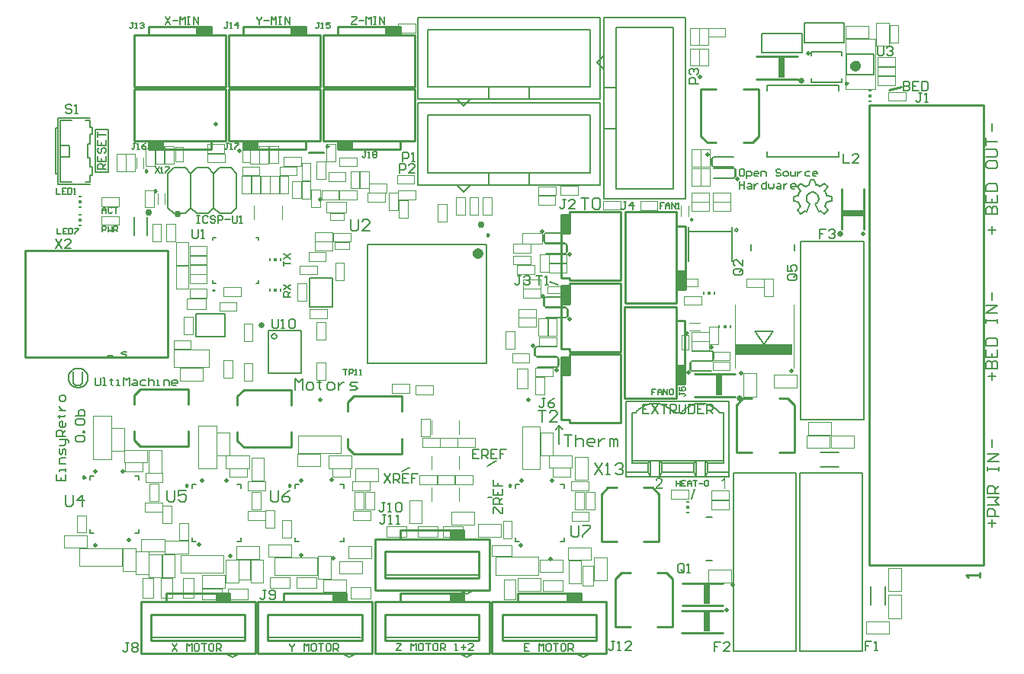
<source format=gto>
G04 Layer_Color=65535*
%FSLAX25Y25*%
%MOIN*%
G70*
G01*
G75*
%ADD11C,0.00800*%
%ADD63C,0.00600*%
%ADD66C,0.01000*%
%ADD67C,0.00700*%
%ADD120C,0.03000*%
%ADD146C,0.00984*%
%ADD147C,0.00500*%
%ADD148C,0.02362*%
%ADD149C,0.02500*%
%ADD150C,0.02000*%
%ADD151C,0.01968*%
%ADD152C,0.00787*%
%ADD153C,0.00200*%
%ADD154C,0.00400*%
%ADD155C,0.00197*%
%ADD156R,0.08790X0.02953*%
%ADD157R,0.02953X0.08790*%
%ADD158R,0.01200X0.00590*%
%ADD159R,0.01200X0.00600*%
%ADD160R,0.01200X0.01190*%
%ADD161R,0.00590X0.01200*%
%ADD162R,0.00600X0.01200*%
%ADD163R,0.01190X0.01200*%
%ADD164R,0.24505X0.04921*%
G36*
X-23346Y-20354D02*
X-30207D01*
Y-16604D01*
X-23346D01*
Y-20354D01*
D02*
G37*
G36*
X17992D02*
X11132D01*
Y-16604D01*
X17992D01*
Y-20354D01*
D02*
G37*
G36*
X222029Y-169100D02*
X221417D01*
Y-165214D01*
X221410Y-165222D01*
X221379Y-165252D01*
X221326Y-165290D01*
X221258Y-165343D01*
X221175Y-165411D01*
X221077Y-165479D01*
X220964Y-165562D01*
X220835Y-165638D01*
X220828D01*
X220820Y-165645D01*
X220775Y-165675D01*
X220707Y-165713D01*
X220623Y-165759D01*
X220525Y-165811D01*
X220419Y-165857D01*
X220306Y-165910D01*
X220200Y-165955D01*
Y-165358D01*
X220208D01*
X220223Y-165350D01*
X220253Y-165335D01*
X220283Y-165312D01*
X220328Y-165290D01*
X220381Y-165267D01*
X220502Y-165199D01*
X220638Y-165116D01*
X220790Y-165018D01*
X220941Y-164904D01*
X221084Y-164783D01*
X221092Y-164776D01*
X221100Y-164768D01*
X221145Y-164723D01*
X221213Y-164655D01*
X221296Y-164572D01*
X221387Y-164466D01*
X221478Y-164352D01*
X221561Y-164231D01*
X221629Y-164110D01*
X222029D01*
Y-169100D01*
D02*
G37*
G36*
X193152Y-164118D02*
X193213Y-164126D01*
X193281Y-164133D01*
X193356Y-164141D01*
X193439Y-164163D01*
X193621Y-164209D01*
X193810Y-164277D01*
X193908Y-164322D01*
X193999Y-164375D01*
X194082Y-164443D01*
X194165Y-164511D01*
X194173Y-164519D01*
X194180Y-164526D01*
X194203Y-164549D01*
X194233Y-164579D01*
X194264Y-164625D01*
X194301Y-164670D01*
X194377Y-164783D01*
X194453Y-164927D01*
X194521Y-165093D01*
X194573Y-165282D01*
X194581Y-165388D01*
X194589Y-165494D01*
Y-165509D01*
Y-165547D01*
X194581Y-165607D01*
X194573Y-165683D01*
X194558Y-165774D01*
X194536Y-165872D01*
X194505Y-165978D01*
X194460Y-166084D01*
X194453Y-166099D01*
X194437Y-166137D01*
X194407Y-166189D01*
X194362Y-166265D01*
X194309Y-166356D01*
X194241Y-166462D01*
X194150Y-166567D01*
X194052Y-166688D01*
X194037Y-166703D01*
X193999Y-166749D01*
X193931Y-166817D01*
X193886Y-166862D01*
X193833Y-166915D01*
X193772Y-166976D01*
X193696Y-167044D01*
X193621Y-167112D01*
X193538Y-167195D01*
X193447Y-167278D01*
X193341Y-167369D01*
X193235Y-167459D01*
X193114Y-167565D01*
X193107Y-167573D01*
X193092Y-167588D01*
X193061Y-167611D01*
X193024Y-167641D01*
X192933Y-167717D01*
X192820Y-167815D01*
X192706Y-167921D01*
X192585Y-168026D01*
X192487Y-168117D01*
X192449Y-168155D01*
X192411Y-168193D01*
X192404Y-168200D01*
X192389Y-168223D01*
X192358Y-168253D01*
X192321Y-168299D01*
X192237Y-168397D01*
X192154Y-168518D01*
X194596D01*
Y-169100D01*
X191308D01*
Y-169092D01*
Y-169062D01*
Y-169017D01*
X191315Y-168964D01*
X191323Y-168903D01*
X191330Y-168835D01*
X191353Y-168760D01*
X191376Y-168684D01*
Y-168677D01*
X191383Y-168669D01*
X191398Y-168624D01*
X191428Y-168563D01*
X191474Y-168473D01*
X191527Y-168374D01*
X191602Y-168261D01*
X191678Y-168147D01*
X191776Y-168026D01*
Y-168019D01*
X191791Y-168011D01*
X191829Y-167966D01*
X191890Y-167898D01*
X191980Y-167807D01*
X192094Y-167701D01*
X192230Y-167573D01*
X192396Y-167429D01*
X192578Y-167271D01*
X192585Y-167263D01*
X192615Y-167240D01*
X192653Y-167210D01*
X192706Y-167157D01*
X192774Y-167104D01*
X192850Y-167036D01*
X193016Y-166893D01*
X193198Y-166719D01*
X193379Y-166545D01*
X193470Y-166462D01*
X193545Y-166378D01*
X193613Y-166295D01*
X193674Y-166220D01*
Y-166212D01*
X193689Y-166205D01*
X193704Y-166182D01*
X193719Y-166152D01*
X193765Y-166076D01*
X193817Y-165978D01*
X193870Y-165864D01*
X193916Y-165743D01*
X193946Y-165607D01*
X193961Y-165479D01*
Y-165471D01*
Y-165464D01*
X193954Y-165418D01*
X193946Y-165350D01*
X193931Y-165267D01*
X193893Y-165169D01*
X193848Y-165070D01*
X193787Y-164965D01*
X193696Y-164866D01*
X193681Y-164859D01*
X193651Y-164829D01*
X193591Y-164791D01*
X193515Y-164738D01*
X193417Y-164692D01*
X193303Y-164655D01*
X193167Y-164625D01*
X193016Y-164617D01*
X192971D01*
X192940Y-164625D01*
X192865Y-164632D01*
X192767Y-164647D01*
X192653Y-164685D01*
X192532Y-164730D01*
X192419Y-164798D01*
X192313Y-164889D01*
X192306Y-164904D01*
X192275Y-164934D01*
X192230Y-164995D01*
X192184Y-165078D01*
X192132Y-165184D01*
X192094Y-165305D01*
X192064Y-165448D01*
X192048Y-165615D01*
X191421Y-165547D01*
Y-165539D01*
Y-165517D01*
X191428Y-165479D01*
X191436Y-165433D01*
X191451Y-165373D01*
X191459Y-165305D01*
X191504Y-165154D01*
X191565Y-164980D01*
X191648Y-164806D01*
X191761Y-164632D01*
X191822Y-164556D01*
X191897Y-164481D01*
X191905Y-164473D01*
X191920Y-164466D01*
X191943Y-164443D01*
X191973Y-164420D01*
X192018Y-164398D01*
X192071Y-164360D01*
X192132Y-164330D01*
X192200Y-164292D01*
X192275Y-164262D01*
X192358Y-164224D01*
X192457Y-164194D01*
X192555Y-164171D01*
X192782Y-164126D01*
X192903Y-164118D01*
X193031Y-164110D01*
X193099D01*
X193152Y-164118D01*
D02*
G37*
G36*
X38632Y29518D02*
X31772D01*
Y33268D01*
X38632D01*
Y29518D01*
D02*
G37*
G36*
X79971D02*
X73110D01*
Y33268D01*
X79971D01*
Y29518D01*
D02*
G37*
G36*
X59331Y-20354D02*
X52470D01*
Y-16604D01*
X59331D01*
Y-20354D01*
D02*
G37*
G36*
X-2707Y29518D02*
X-9567D01*
Y33268D01*
X-2707D01*
Y29518D01*
D02*
G37*
G54D11*
X227505Y-55784D02*
X226961Y-55035D01*
X226081Y-55321D01*
Y-56247D01*
X226961Y-56533D01*
X227505Y-55784D01*
X265400Y-45300D02*
X265886Y-44335D01*
X266200Y-43300D01*
X266300Y-40500D02*
X265928Y-39561D01*
X265400Y-38700D01*
X263300Y-36700D02*
X262431Y-36230D01*
X261500Y-35900D01*
X258600Y-36000D02*
X257723Y-36285D01*
X256900Y-36700D01*
X254800Y-38700D02*
X254326Y-39567D01*
X254000Y-40500D01*
Y-43500D02*
X254328Y-44432D01*
X254800Y-45300D01*
X261300Y-44400D02*
X262083Y-43824D01*
X262614Y-43010D01*
X262826Y-42061D01*
X262692Y-41099D01*
X262229Y-40244D01*
X261496Y-39606D01*
X260586Y-39265D01*
X259614D01*
X258704Y-39606D01*
X257971Y-40244D01*
X257508Y-41099D01*
X257374Y-42061D01*
X257586Y-43010D01*
X258117Y-43824D01*
X258900Y-44400D01*
X145225Y-78475D02*
X148825Y-79675D01*
X207225Y-173275D02*
X208425Y-169175D01*
X118125Y-172775D02*
X119925Y-172675D01*
X117725Y-158975D02*
X121925Y-156875D01*
X80625Y-161275D02*
X84025Y-159675D01*
X-53625Y-30375D02*
X-47825D01*
X-53625D02*
Y-11675D01*
X-47825D01*
Y-30375D02*
Y-11675D01*
X149325Y-141575D02*
X150825Y-143075D01*
X147825D02*
X149325Y-141575D01*
Y-149475D02*
Y-141575D01*
X234933Y-100181D02*
X238933Y-105649D01*
X242870Y-100181D01*
X234933D02*
X242870D01*
X205800Y-69485D02*
Y-56473D01*
Y-54504D01*
X224749Y-56473D02*
Y-54504D01*
Y-69485D02*
Y-56473D01*
X205800D02*
X224749D01*
X261300Y-44400D02*
X262700Y-47800D01*
X263500Y-47400D01*
X265300Y-48600D01*
X266700Y-47200D01*
X265400Y-45400D02*
X266700Y-47200D01*
X266200Y-43400D02*
X268400Y-43000D01*
Y-41000D01*
X266200Y-40600D02*
X268400Y-41000D01*
X265300Y-38700D02*
X266700Y-36800D01*
X265300Y-35400D02*
X266700Y-36800D01*
X263300Y-36700D02*
X265300Y-35400D01*
X261000Y-33600D02*
X261500Y-36000D01*
X259100Y-33600D02*
X261000D01*
X258600Y-36000D02*
X259100Y-33600D01*
X254900Y-35400D02*
X256800Y-36700D01*
X253500Y-36800D02*
X254900Y-35400D01*
X253500Y-36800D02*
X254800Y-38700D01*
X251700Y-41000D02*
X254000Y-40600D01*
X251700Y-43000D02*
Y-41000D01*
Y-43000D02*
X253900Y-43400D01*
X253500Y-47200D02*
X254700Y-45400D01*
X253500Y-47200D02*
X254900Y-48600D01*
X256700Y-47400D01*
X257400Y-47800D01*
X258900Y-44400D01*
X22032Y-118296D02*
Y-99747D01*
X36513D01*
Y-118296D02*
Y-99747D01*
X22032Y-118296D02*
X36513D01*
X107387Y-1500D02*
X110373Y1487D01*
X104400D02*
X107387Y-1500D01*
Y-39000D02*
X110373Y-36013D01*
X104400D02*
X107387Y-39000D01*
X213404Y-200281D02*
X216258D01*
X213404Y-181332D02*
X216258D01*
X252113Y-64900D02*
Y-62046D01*
X233165Y-64900D02*
Y-62046D01*
X273985Y26393D02*
Y34857D01*
X256465Y26393D02*
X273985D01*
X256465D02*
Y34857D01*
X273985D01*
X237865Y21793D02*
Y30257D01*
X255385D01*
Y21793D02*
Y30257D01*
X237865Y21793D02*
X255385D01*
X165769Y17584D02*
X168755Y14598D01*
X165769Y17584D02*
X168755Y20571D01*
X164825Y-157876D02*
X168157Y-162875D01*
Y-157876D02*
X164825Y-162875D01*
X169824D02*
X171490D01*
X170657D01*
Y-157876D01*
X169824Y-158710D01*
X173989D02*
X174822Y-157876D01*
X176488D01*
X177321Y-158710D01*
Y-159543D01*
X176488Y-160376D01*
X175655D01*
X176488D01*
X177321Y-161209D01*
Y-162042D01*
X176488Y-162875D01*
X174822D01*
X173989Y-162042D01*
X58100Y-51102D02*
Y-55267D01*
X58933Y-56100D01*
X60599D01*
X61432Y-55267D01*
Y-51102D01*
X66431Y-56100D02*
X63098D01*
X66431Y-52768D01*
Y-51935D01*
X65598Y-51102D01*
X63931D01*
X63098Y-51935D01*
X-66500Y-171702D02*
Y-175867D01*
X-65667Y-176700D01*
X-64001D01*
X-63168Y-175867D01*
Y-171702D01*
X-59002Y-176700D02*
Y-171702D01*
X-61502Y-174201D01*
X-58169D01*
X-22000Y-169602D02*
Y-173767D01*
X-21167Y-174600D01*
X-19501D01*
X-18668Y-173767D01*
Y-169602D01*
X-13669D02*
X-17002D01*
Y-172101D01*
X-15336Y-171268D01*
X-14502D01*
X-13669Y-172101D01*
Y-173767D01*
X-14502Y-174600D01*
X-16169D01*
X-17002Y-173767D01*
X23200Y-169902D02*
Y-174067D01*
X24033Y-174900D01*
X25699D01*
X26532Y-174067D01*
Y-169902D01*
X31531D02*
X29864Y-170735D01*
X28198Y-172401D01*
Y-174067D01*
X29031Y-174900D01*
X30698D01*
X31531Y-174067D01*
Y-173234D01*
X30698Y-172401D01*
X28198D01*
X154625Y-185176D02*
Y-189342D01*
X155458Y-190175D01*
X157124D01*
X157957Y-189342D01*
Y-185176D01*
X159624D02*
X162956D01*
Y-186010D01*
X159624Y-189342D01*
Y-190175D01*
X336002Y-48800D02*
X341000D01*
Y-46301D01*
X340167Y-45468D01*
X339334D01*
X338501Y-46301D01*
Y-48800D01*
Y-46301D01*
X337668Y-45468D01*
X336835D01*
X336002Y-46301D01*
Y-48800D01*
Y-40469D02*
Y-43802D01*
X341000D01*
Y-40469D01*
X338501Y-43802D02*
Y-42136D01*
X336002Y-38803D02*
X341000D01*
Y-36304D01*
X340167Y-35471D01*
X336835D01*
X336002Y-36304D01*
Y-38803D01*
Y-26307D02*
Y-27973D01*
X336835Y-28806D01*
X340167D01*
X341000Y-27973D01*
Y-26307D01*
X340167Y-25474D01*
X336835D01*
X336002Y-26307D01*
Y-23808D02*
X340167D01*
X341000Y-22975D01*
Y-21309D01*
X340167Y-20476D01*
X336002D01*
Y-18810D02*
Y-15477D01*
Y-17144D01*
X341000D01*
X338501Y-57400D02*
Y-54068D01*
X336835Y-55734D02*
X340167D01*
X338501Y-12415D02*
Y-9082D01*
Y-121400D02*
Y-118068D01*
X336835Y-119734D02*
X340167D01*
X338501Y-86411D02*
Y-83079D01*
X336002Y-116300D02*
X341000D01*
Y-113801D01*
X340167Y-112968D01*
X339334D01*
X338501Y-113801D01*
Y-116300D01*
Y-113801D01*
X337668Y-112968D01*
X336835D01*
X336002Y-113801D01*
Y-116300D01*
Y-107969D02*
Y-111302D01*
X341000D01*
Y-107969D01*
X338501Y-111302D02*
Y-109635D01*
X336002Y-106303D02*
X341000D01*
Y-103804D01*
X340167Y-102971D01*
X336835D01*
X336002Y-103804D01*
Y-106303D01*
Y-96307D02*
Y-94640D01*
Y-95473D01*
X341000D01*
Y-96307D01*
Y-94640D01*
Y-92141D02*
X336002D01*
X341000Y-88809D01*
X336002D01*
X341400Y-181200D02*
X336402D01*
Y-178701D01*
X337235Y-177868D01*
X338901D01*
X339734Y-178701D01*
Y-181200D01*
X336402Y-176202D02*
X341400D01*
X339734Y-174536D01*
X341400Y-172869D01*
X336402D01*
X341400Y-171203D02*
X336402D01*
Y-168704D01*
X337235Y-167871D01*
X338901D01*
X339734Y-168704D01*
Y-171203D01*
Y-169537D02*
X341400Y-167871D01*
X336402Y-161206D02*
Y-159540D01*
Y-160373D01*
X341400D01*
Y-161206D01*
Y-159540D01*
Y-157041D02*
X336402D01*
X341400Y-153709D01*
X336402D01*
X-70399Y-162634D02*
Y-165300D01*
X-66400D01*
Y-162634D01*
X-68399Y-165300D02*
Y-163967D01*
X-66400Y-161301D02*
Y-159968D01*
Y-160635D01*
X-69066D01*
Y-161301D01*
X-66400Y-157969D02*
X-69066D01*
Y-155970D01*
X-68399Y-155303D01*
X-66400D01*
Y-153970D02*
Y-151971D01*
X-67066Y-151304D01*
X-67733Y-151971D01*
Y-153304D01*
X-68399Y-153970D01*
X-69066Y-153304D01*
Y-151304D01*
Y-149972D02*
X-67066D01*
X-66400Y-149305D01*
Y-147306D01*
X-65734D01*
X-65067Y-147972D01*
Y-148639D01*
X-66400Y-147306D02*
X-69066D01*
X-66400Y-145973D02*
X-70399D01*
Y-143974D01*
X-69732Y-143307D01*
X-68399D01*
X-67733Y-143974D01*
Y-145973D01*
Y-144640D02*
X-66400Y-143307D01*
Y-139975D02*
Y-141308D01*
X-67066Y-141974D01*
X-68399D01*
X-69066Y-141308D01*
Y-139975D01*
X-68399Y-139308D01*
X-67733D01*
Y-141974D01*
X-69732Y-137309D02*
X-69066D01*
Y-137976D01*
Y-136643D01*
Y-137309D01*
X-67066D01*
X-66400Y-136643D01*
X-69066Y-134643D02*
X-66400D01*
X-67733D01*
X-68399Y-133977D01*
X-69066Y-133310D01*
Y-132644D01*
X-66400Y-129978D02*
Y-128645D01*
X-67066Y-127979D01*
X-68399D01*
X-69066Y-128645D01*
Y-129978D01*
X-68399Y-130645D01*
X-67066D01*
X-66400Y-129978D01*
X159025Y-41676D02*
X162357D01*
X160691D01*
Y-46675D01*
X164024Y-42509D02*
X164857Y-41676D01*
X166523D01*
X167356Y-42509D01*
Y-45842D01*
X166523Y-46675D01*
X164857D01*
X164024Y-45842D01*
Y-42509D01*
X140125Y-134776D02*
X143457D01*
X141791D01*
Y-139775D01*
X148456D02*
X145124D01*
X148456Y-136442D01*
Y-135609D01*
X147623Y-134776D01*
X145957D01*
X145124Y-135609D01*
X338501Y-185900D02*
Y-182568D01*
X336835Y-184234D02*
X340167D01*
X338501Y-150911D02*
Y-147579D01*
X33700Y-125900D02*
Y-120902D01*
X35366Y-122568D01*
X37032Y-120902D01*
Y-125900D01*
X39531D02*
X41198D01*
X42031Y-125067D01*
Y-123401D01*
X41198Y-122568D01*
X39531D01*
X38698Y-123401D01*
Y-125067D01*
X39531Y-125900D01*
X44530Y-121735D02*
Y-122568D01*
X43697D01*
X45363D01*
X44530D01*
Y-125067D01*
X45363Y-125900D01*
X48695D02*
X50361D01*
X51194Y-125067D01*
Y-123401D01*
X50361Y-122568D01*
X48695D01*
X47862Y-123401D01*
Y-125067D01*
X48695Y-125900D01*
X52860Y-122568D02*
Y-125900D01*
Y-124234D01*
X53693Y-123401D01*
X54527Y-122568D01*
X55360D01*
X57859Y-125900D02*
X60358D01*
X61191Y-125067D01*
X60358Y-124234D01*
X58692D01*
X57859Y-123401D01*
X58692Y-122568D01*
X61191D01*
X151625Y-145276D02*
X154957D01*
X153291D01*
Y-150275D01*
X156624Y-145276D02*
Y-150275D01*
Y-147776D01*
X157457Y-146942D01*
X159123D01*
X159956Y-147776D01*
Y-150275D01*
X164121D02*
X162455D01*
X161622Y-149442D01*
Y-147776D01*
X162455Y-146942D01*
X164121D01*
X164954Y-147776D01*
Y-148609D01*
X161622D01*
X166620Y-146942D02*
Y-150275D01*
Y-148609D01*
X167453Y-147776D01*
X168287Y-146942D01*
X169120D01*
X171619Y-150275D02*
Y-146942D01*
X172452D01*
X173285Y-147776D01*
Y-150275D01*
Y-147776D01*
X174118Y-146942D01*
X174951Y-147776D01*
Y-150275D01*
X-61532Y-148500D02*
X-62199Y-147834D01*
Y-146501D01*
X-61532Y-145834D01*
X-58866D01*
X-58200Y-146501D01*
Y-147834D01*
X-58866Y-148500D01*
X-61532D01*
X-58200Y-144501D02*
X-58866D01*
Y-143835D01*
X-58200D01*
Y-144501D01*
X-61532Y-141169D02*
X-62199Y-140503D01*
Y-139170D01*
X-61532Y-138503D01*
X-58866D01*
X-58200Y-139170D01*
Y-140503D01*
X-58866Y-141169D01*
X-61532D01*
X-62199Y-137170D02*
X-58200D01*
Y-135171D01*
X-58866Y-134504D01*
X-59533D01*
X-60199D01*
X-60866Y-135171D01*
Y-137170D01*
G54D63*
X191100Y-131700D02*
X190128Y-131745D01*
X189164Y-131880D01*
X188217Y-132104D01*
X187294Y-132414D01*
X186404Y-132808D01*
X185555Y-133284D01*
X184753Y-133835D01*
X184006Y-134459D01*
X183319Y-135149D01*
X182700Y-135900D01*
X199500D02*
X198881Y-135149D01*
X198194Y-134459D01*
X197447Y-133835D01*
X196645Y-133284D01*
X195796Y-132808D01*
X194906Y-132414D01*
X193983Y-132104D01*
X193036Y-131880D01*
X192072Y-131745D01*
X191100Y-131700D01*
X211100D02*
X210128Y-131745D01*
X209164Y-131880D01*
X208217Y-132104D01*
X207294Y-132414D01*
X206404Y-132808D01*
X205555Y-133284D01*
X204753Y-133835D01*
X204006Y-134459D01*
X203320Y-135149D01*
X202700Y-135900D01*
X219500D02*
X218881Y-135149D01*
X218194Y-134459D01*
X217447Y-133835D01*
X216645Y-133284D01*
X215796Y-132808D01*
X214906Y-132414D01*
X213983Y-132104D01*
X213036Y-131880D01*
X212072Y-131745D01*
X211100Y-131700D01*
X26013Y-102296D02*
X25661Y-101447D01*
X24813Y-101096D01*
X23964Y-101447D01*
X23613Y-102296D01*
X23964Y-103145D01*
X24813Y-103496D01*
X25661Y-103145D01*
X26013Y-102296D01*
X-30783Y-58075D02*
Y-50138D01*
X-36339Y-58075D02*
Y-50138D01*
X-69827Y-35602D02*
X-55827D01*
X-69827D02*
Y-31102D01*
Y-6602D02*
X-55827D01*
X-68827Y-18602D02*
Y-7602D01*
X-70827Y-11102D02*
X-69827D01*
X-70827Y-16102D02*
Y-11102D01*
Y-31102D02*
X-69827D01*
Y-6602D01*
X-70827Y-26102D02*
Y-16102D01*
Y-31102D02*
Y-26102D01*
X-68827Y-18602D02*
X-64827D01*
X-68827Y-23602D02*
Y-18602D01*
X-64827Y-23602D02*
Y-18602D01*
X-68827Y-23602D02*
X-64827D01*
X-68827Y-34602D02*
Y-23602D01*
X-55827Y-10602D02*
Y-7602D01*
Y-10602D02*
X-54827D01*
Y-13602D02*
Y-10602D01*
X-55827Y-13602D02*
X-54827D01*
X-55827Y-18102D02*
Y-13602D01*
X-56827Y-18102D02*
X-55827D01*
X-56827Y-24102D02*
Y-18102D01*
Y-24102D02*
X-55827D01*
Y-28102D02*
Y-24102D01*
Y-28102D02*
X-54827D01*
Y-31602D02*
Y-28102D01*
X-55827Y-31602D02*
X-54827D01*
X-55827Y-34602D02*
Y-31602D01*
X-57827Y-7602D02*
X-55827D01*
X-68827D02*
X-63827D01*
X-68827Y-34602D02*
X-63827D01*
X-57827D02*
X-55827D01*
X-21747Y-46044D02*
X-19247Y-48544D01*
X-14247D02*
X-11747Y-46044D01*
X-9247Y-48544D01*
X-4247D02*
X-1747Y-46044D01*
X-21747D02*
Y-31044D01*
X-19247Y-28544D01*
X-14247D01*
X-11747Y-31044D01*
X-9247Y-28544D01*
X-4247D01*
X-1747Y-31044D01*
X-11747Y-46044D02*
Y-31044D01*
X-1747Y-46044D02*
Y-31044D01*
X-9247Y-48544D02*
X-4247D01*
X-19247D02*
X-14247D01*
X-1747Y-46044D02*
X753Y-48544D01*
X5753D02*
X8253Y-46044D01*
X-1747Y-31044D02*
X753Y-28544D01*
X5753D01*
X8253Y-31044D01*
Y-46044D02*
Y-31044D01*
X753Y-48544D02*
X5753D01*
X178600Y-163700D02*
X189100D01*
X178600D02*
Y-161700D01*
Y-130700D01*
X181100Y-156700D02*
Y-135700D01*
X182800D01*
X181100Y-156700D02*
X189100D01*
X178600Y-161700D02*
X188100D01*
X181100Y-157700D02*
X188100D01*
Y-161700D02*
X189100Y-163700D01*
X188100Y-157700D02*
X189100Y-156700D01*
X181100Y-157700D02*
Y-156700D01*
X193100D02*
X194100Y-157700D01*
Y-161700D02*
Y-157700D01*
X193100Y-163700D02*
X194100Y-161700D01*
X188100Y-157700D02*
X189100Y-156700D01*
X188100Y-161700D02*
X189100Y-163700D01*
X188100Y-161700D02*
Y-157700D01*
X189100Y-163700D02*
Y-156700D01*
X193100Y-163700D02*
Y-156700D01*
X181100Y-135700D02*
X182600D01*
X208100Y-157700D02*
X209100Y-156700D01*
X213100D02*
X214100Y-157700D01*
X213100Y-163700D02*
X214100Y-161700D01*
X208100D02*
X209100Y-163700D01*
X208100Y-161700D02*
Y-157700D01*
X214100Y-161700D02*
Y-157700D01*
X213100Y-163700D02*
Y-156700D01*
X209100Y-163700D02*
Y-156700D01*
X214100Y-157700D02*
X221100D01*
X194100D02*
X208100D01*
X194100Y-161700D02*
X208100D01*
X214100D02*
X223600D01*
X189100Y-163700D02*
X193100D01*
X209100D01*
X213100D01*
X223600D01*
X189100Y-156700D02*
X193100D01*
X209100D01*
X213100D01*
X221100D01*
X219400Y-135700D02*
X221100D01*
X199600D02*
X202600D01*
X221100Y-157700D02*
Y-156700D01*
Y-135700D01*
X223600Y-161700D02*
Y-130700D01*
Y-163700D02*
Y-161700D01*
X178600Y-130700D02*
X223600D01*
X136258Y1487D02*
Y6802D01*
X118542Y1487D02*
Y6802D01*
X87597Y1487D02*
Y37313D01*
X167203D01*
Y1487D02*
Y37313D01*
X87597Y1487D02*
X167203D01*
X136258Y-36013D02*
Y-30698D01*
X118542Y-36013D02*
Y-30698D01*
X87597Y-36013D02*
Y-187D01*
X167203D01*
Y-36013D02*
Y-187D01*
X87597Y-36013D02*
X167203D01*
X157008Y-241035D02*
X160008Y-242735D01*
X163008Y-241035D01*
X124908Y-234135D02*
X165087D01*
X73687Y-234175D02*
X113866D01*
X108787Y-242775D02*
X111787Y-241075D01*
X105787D02*
X108787Y-242775D01*
X105787Y-213516D02*
X108787Y-215216D01*
X111787Y-213516D01*
X73687Y-206616D02*
X113866D01*
X22506Y-234175D02*
X62685D01*
X57606Y-242775D02*
X60606Y-241075D01*
X54606D02*
X57606Y-242775D01*
X3425Y-241075D02*
X6425Y-242775D01*
X9425Y-241075D01*
X-28675Y-234175D02*
X11504D01*
X168755Y-11287D02*
X174070D01*
X168755Y6429D02*
X174070D01*
X168755Y37374D02*
X204582D01*
Y-42232D02*
Y37374D01*
X168755Y-42232D02*
X204582D01*
X168755D02*
Y37374D01*
X178633Y-43301D02*
X177466D01*
X178049D01*
Y-46217D01*
X177466Y-46800D01*
X176883D01*
X176300Y-46217D01*
X181548Y-46800D02*
Y-43301D01*
X179799Y-45051D01*
X182131D01*
X-48925Y-29175D02*
X-52424D01*
Y-27425D01*
X-51841Y-26842D01*
X-50675D01*
X-50091Y-27425D01*
Y-29175D01*
Y-28008D02*
X-48925Y-26842D01*
X-52424Y-23343D02*
Y-25676D01*
X-48925D01*
Y-23343D01*
X-50675Y-25676D02*
Y-24510D01*
X-51841Y-19845D02*
X-52424Y-20428D01*
Y-21594D01*
X-51841Y-22177D01*
X-51258D01*
X-50675Y-21594D01*
Y-20428D01*
X-50091Y-19845D01*
X-49508D01*
X-48925Y-20428D01*
Y-21594D01*
X-49508Y-22177D01*
X-52424Y-16346D02*
Y-18678D01*
X-48925D01*
Y-16346D01*
X-50675Y-18678D02*
Y-17512D01*
X-52424Y-15179D02*
Y-12847D01*
Y-14013D01*
X-48925D01*
X32025Y-84975D02*
X28826D01*
Y-83375D01*
X29359Y-82842D01*
X30426D01*
X30959Y-83375D01*
Y-84975D01*
Y-83908D02*
X32025Y-82842D01*
X28826Y-81776D02*
X32025Y-79643D01*
X28826D02*
X32025Y-81776D01*
X136233Y-236801D02*
X134100D01*
Y-240000D01*
X136233D01*
X134100Y-238401D02*
X135166D01*
X140498Y-240000D02*
Y-236801D01*
X141564Y-237867D01*
X142631Y-236801D01*
Y-240000D01*
X145296Y-236801D02*
X144230D01*
X143697Y-237334D01*
Y-239467D01*
X144230Y-240000D01*
X145296D01*
X145829Y-239467D01*
Y-237334D01*
X145296Y-236801D01*
X146896D02*
X149029D01*
X147962D01*
Y-240000D01*
X151694Y-236801D02*
X150628D01*
X150095Y-237334D01*
Y-239467D01*
X150628Y-240000D01*
X151694D01*
X152227Y-239467D01*
Y-237334D01*
X151694Y-236801D01*
X153294Y-240000D02*
Y-236801D01*
X154893D01*
X155427Y-237334D01*
Y-238401D01*
X154893Y-238934D01*
X153294D01*
X154360D02*
X155427Y-240000D01*
X229699Y-29001D02*
X228633D01*
X228100Y-29534D01*
Y-31667D01*
X228633Y-32200D01*
X229699D01*
X230233Y-31667D01*
Y-29534D01*
X229699Y-29001D01*
X231299Y-33266D02*
Y-30067D01*
X232898D01*
X233432Y-30601D01*
Y-31667D01*
X232898Y-32200D01*
X231299D01*
X236097D02*
X235031D01*
X234498Y-31667D01*
Y-30601D01*
X235031Y-30067D01*
X236097D01*
X236631Y-30601D01*
Y-31134D01*
X234498D01*
X237697Y-32200D02*
Y-30067D01*
X239296D01*
X239830Y-30601D01*
Y-32200D01*
X246228Y-29534D02*
X245694Y-29001D01*
X244628D01*
X244095Y-29534D01*
Y-30067D01*
X244628Y-30601D01*
X245694D01*
X246228Y-31134D01*
Y-31667D01*
X245694Y-32200D01*
X244628D01*
X244095Y-31667D01*
X247827Y-32200D02*
X248893D01*
X249427Y-31667D01*
Y-30601D01*
X248893Y-30067D01*
X247827D01*
X247294Y-30601D01*
Y-31667D01*
X247827Y-32200D01*
X250493Y-30067D02*
Y-31667D01*
X251026Y-32200D01*
X252625D01*
Y-30067D01*
X253692D02*
Y-32200D01*
Y-31134D01*
X254225Y-30601D01*
X254758Y-30067D01*
X255291D01*
X259023D02*
X257424D01*
X256891Y-30601D01*
Y-31667D01*
X257424Y-32200D01*
X259023D01*
X261689D02*
X260623D01*
X260090Y-31667D01*
Y-30601D01*
X260623Y-30067D01*
X261689D01*
X262222Y-30601D01*
Y-31134D01*
X260090D01*
X228200Y-34501D02*
Y-37700D01*
Y-36101D01*
X230333D01*
Y-34501D01*
Y-37700D01*
X231932Y-35567D02*
X232998D01*
X233532Y-36101D01*
Y-37700D01*
X231932D01*
X231399Y-37167D01*
X231932Y-36634D01*
X233532D01*
X234598Y-35567D02*
Y-37700D01*
Y-36634D01*
X235131Y-36101D01*
X235664Y-35567D01*
X236197D01*
X239930Y-34501D02*
Y-37700D01*
X238330D01*
X237797Y-37167D01*
Y-36101D01*
X238330Y-35567D01*
X239930D01*
X240996D02*
Y-37167D01*
X241529Y-37700D01*
X242062Y-37167D01*
X242595Y-37700D01*
X243128Y-37167D01*
Y-35567D01*
X244728D02*
X245794D01*
X246327Y-36101D01*
Y-37700D01*
X244728D01*
X244195Y-37167D01*
X244728Y-36634D01*
X246327D01*
X247394Y-35567D02*
Y-37700D01*
Y-36634D01*
X247927Y-36101D01*
X248460Y-35567D01*
X248993D01*
X252192Y-37700D02*
X251126D01*
X250593Y-37167D01*
Y-36101D01*
X251126Y-35567D01*
X252192D01*
X252725Y-36101D01*
Y-36634D01*
X250593D01*
X31400Y-236801D02*
Y-237334D01*
X32466Y-238401D01*
X33533Y-237334D01*
Y-236801D01*
X32466Y-238401D02*
Y-240000D01*
X37798D02*
Y-236801D01*
X38864Y-237867D01*
X39931Y-236801D01*
Y-240000D01*
X42596Y-236801D02*
X41530D01*
X40997Y-237334D01*
Y-239467D01*
X41530Y-240000D01*
X42596D01*
X43130Y-239467D01*
Y-237334D01*
X42596Y-236801D01*
X44196D02*
X46328D01*
X45262D01*
Y-240000D01*
X48994Y-236801D02*
X47928D01*
X47395Y-237334D01*
Y-239467D01*
X47928Y-240000D01*
X48994D01*
X49527Y-239467D01*
Y-237334D01*
X48994Y-236801D01*
X50594Y-240000D02*
Y-236801D01*
X52193D01*
X52727Y-237334D01*
Y-238401D01*
X52193Y-238934D01*
X50594D01*
X51660D02*
X52727Y-240000D01*
X-48100Y-110801D02*
X-45967D01*
X78200Y-236701D02*
X80333D01*
Y-237234D01*
X78200Y-239367D01*
Y-239900D01*
X80333D01*
X84598D02*
Y-236701D01*
X85664Y-237767D01*
X86731Y-236701D01*
Y-239900D01*
X89396Y-236701D02*
X88330D01*
X87797Y-237234D01*
Y-239367D01*
X88330Y-239900D01*
X89396D01*
X89929Y-239367D01*
Y-237234D01*
X89396Y-236701D01*
X90996D02*
X93129D01*
X92062D01*
Y-239900D01*
X95794Y-236701D02*
X94728D01*
X94195Y-237234D01*
Y-239367D01*
X94728Y-239900D01*
X95794D01*
X96328Y-239367D01*
Y-237234D01*
X95794Y-236701D01*
X97394Y-239900D02*
Y-236701D01*
X98993D01*
X99527Y-237234D01*
Y-238300D01*
X98993Y-238834D01*
X97394D01*
X98460D02*
X99527Y-239900D01*
X103792D02*
X104858D01*
X104325D01*
Y-236701D01*
X103792Y-237234D01*
X106458Y-238300D02*
X108590D01*
X107524Y-237234D02*
Y-239367D01*
X111789Y-239900D02*
X109657D01*
X111789Y-237767D01*
Y-237234D01*
X111256Y-236701D01*
X110190D01*
X109657Y-237234D01*
X-42100Y-111300D02*
X-40501D01*
X-39967Y-110767D01*
X-40501Y-110234D01*
X-41567D01*
X-42100Y-109701D01*
X-41567Y-109167D01*
X-39967D01*
X-19800Y-236801D02*
X-17667Y-240000D01*
Y-236801D02*
X-19800Y-240000D01*
X-13402D02*
Y-236801D01*
X-12336Y-237867D01*
X-11269Y-236801D01*
Y-240000D01*
X-8604Y-236801D02*
X-9670D01*
X-10203Y-237334D01*
Y-239467D01*
X-9670Y-240000D01*
X-8604D01*
X-8070Y-239467D01*
Y-237334D01*
X-8604Y-236801D01*
X-7004D02*
X-4871D01*
X-5938D01*
Y-240000D01*
X-2206Y-236801D02*
X-3272D01*
X-3805Y-237334D01*
Y-239467D01*
X-3272Y-240000D01*
X-2206D01*
X-1672Y-239467D01*
Y-237334D01*
X-2206Y-236801D01*
X-606Y-240000D02*
Y-236801D01*
X993D01*
X1527Y-237334D01*
Y-238401D01*
X993Y-238934D01*
X-606D01*
X460D02*
X1527Y-240000D01*
X-63100Y-117702D02*
Y-122700D01*
X-62100Y-123700D01*
X-60101D01*
X-59101Y-122700D01*
Y-117702D01*
X28826Y-71475D02*
Y-69342D01*
Y-70408D01*
X32025D01*
X28826Y-68276D02*
X32025Y-66143D01*
X28826D02*
X32025Y-68276D01*
X-22775Y37424D02*
X-20642Y34225D01*
Y37424D02*
X-22775Y34225D01*
X-19576Y35825D02*
X-17443D01*
X-16377Y34225D02*
Y37424D01*
X-15311Y36358D01*
X-14244Y37424D01*
Y34225D01*
X-13178Y37424D02*
X-12112D01*
X-12645D01*
Y34225D01*
X-13178D01*
X-12112D01*
X-10512D02*
Y37424D01*
X-8379Y34225D01*
Y37424D01*
X17125D02*
Y36891D01*
X18192Y35825D01*
X19258Y36891D01*
Y37424D01*
X18192Y35825D02*
Y34225D01*
X20324Y35825D02*
X22457D01*
X23523Y34225D02*
Y37424D01*
X24589Y36358D01*
X25656Y37424D01*
Y34225D01*
X26722Y37424D02*
X27788D01*
X27255D01*
Y34225D01*
X26722D01*
X27788D01*
X29388D02*
Y37424D01*
X31521Y34225D01*
Y37424D01*
X58625Y37524D02*
X60758D01*
Y36991D01*
X58625Y34858D01*
Y34325D01*
X60758D01*
X61824Y35925D02*
X63957D01*
X65023Y34325D02*
Y37524D01*
X66089Y36458D01*
X67156Y37524D01*
Y34325D01*
X68222Y37524D02*
X69288D01*
X68755D01*
Y34325D01*
X68222D01*
X69288D01*
X70888D02*
Y37524D01*
X73021Y34325D01*
Y37524D01*
X-9000Y-49401D02*
X-7934D01*
X-8467D01*
Y-52600D01*
X-9000D01*
X-7934D01*
X-4202Y-49934D02*
X-4735Y-49401D01*
X-5801D01*
X-6334Y-49934D01*
Y-52067D01*
X-5801Y-52600D01*
X-4735D01*
X-4202Y-52067D01*
X-1003Y-49934D02*
X-1536Y-49401D01*
X-2602D01*
X-3135Y-49934D01*
Y-50467D01*
X-2602Y-51000D01*
X-1536D01*
X-1003Y-51534D01*
Y-52067D01*
X-1536Y-52600D01*
X-2602D01*
X-3135Y-52067D01*
X64Y-52600D02*
Y-49401D01*
X1663D01*
X2196Y-49934D01*
Y-51000D01*
X1663Y-51534D01*
X64D01*
X3263Y-51000D02*
X5395D01*
X6462Y-49401D02*
Y-52067D01*
X6995Y-52600D01*
X8061D01*
X8594Y-52067D01*
Y-49401D01*
X9661Y-52600D02*
X10727D01*
X10194D01*
Y-49401D01*
X9661Y-49934D01*
G54D66*
X207383Y-51049D02*
X206723Y-50668D01*
Y-51430D01*
X207383Y-51049D01*
X205497Y-100758D02*
X204837Y-100376D01*
Y-101139D01*
X205497Y-100758D01*
X-30902Y-29943D02*
X-31563Y-29562D01*
Y-30325D01*
X-30902Y-29943D01*
X-26900Y-38644D02*
X-27560Y-38263D01*
Y-39025D01*
X-26900Y-38644D01*
X80020Y-16604D02*
X86221D01*
X80020Y-20354D02*
Y-16604D01*
X52470Y-20354D02*
X80020D01*
X52470D02*
Y-16604D01*
X46220D02*
X52470D01*
X46220D02*
Y5946D01*
X86221D01*
Y-16604D02*
Y5946D01*
X52470Y-16604D02*
X80020D01*
X282632Y-55478D02*
Y-37720D01*
X272711Y-55478D02*
Y-37720D01*
X208500Y-118779D02*
X226258D01*
X208500Y-128700D02*
X226258D01*
X202981Y-222296D02*
X220739D01*
X202981Y-232217D02*
X220739D01*
X153789Y-108937D02*
Y-107737D01*
X150039D02*
X153789D01*
X150039D02*
Y-80187D01*
X153789D01*
Y-78937D01*
X176339D01*
Y-108937D02*
Y-78937D01*
X153789Y-108937D02*
X176339D01*
X203072Y-220232D02*
X220830D01*
X203072Y-210311D02*
X220830D01*
X-21916Y-111331D02*
Y-64803D01*
X-83976Y-111331D02*
X-21916D01*
X-83976D02*
Y-64803D01*
X-21916D01*
X153789Y-140039D02*
Y-138839D01*
X150039D02*
X153789D01*
X150039D02*
Y-111289D01*
X153789D01*
Y-110039D01*
X176339D01*
Y-140039D02*
Y-110039D01*
X153789Y-140039D02*
X176339D01*
X153789Y-77835D02*
Y-76635D01*
X150039D02*
X153789D01*
X150039D02*
Y-49085D01*
X153789D01*
Y-47835D01*
X176339D01*
Y-77835D02*
Y-47835D01*
X153789Y-77835D02*
X176339D01*
X200650Y-54100D02*
Y-47900D01*
Y-54100D02*
X204400D01*
Y-81650D02*
Y-54100D01*
X200650Y-81650D02*
X204400D01*
X200650Y-87900D02*
Y-81650D01*
X178100Y-87900D02*
X200650D01*
X178100D02*
Y-47900D01*
X200650D01*
Y-81650D02*
Y-54100D01*
X200550Y-95500D02*
Y-89300D01*
Y-95500D02*
X204300D01*
Y-123050D02*
Y-95500D01*
X200550Y-123050D02*
X204300D01*
X200550Y-129300D02*
Y-123050D01*
X178000Y-129300D02*
X200550D01*
X178000D02*
Y-89300D01*
X200550D01*
Y-123050D02*
Y-95500D01*
X152894Y-119196D02*
Y-111289D01*
X151914Y-119196D02*
Y-111317D01*
X150994Y-119196D02*
Y-111296D01*
X150039Y-119196D02*
X153789D01*
Y-111289D01*
X152894Y-88094D02*
Y-80187D01*
X151914Y-88094D02*
Y-80214D01*
X150994Y-88094D02*
Y-80194D01*
X150039Y-88094D02*
X153789D01*
Y-80187D01*
X152894Y-56991D02*
Y-49085D01*
X151914Y-56991D02*
Y-49112D01*
X150994Y-56991D02*
Y-49091D01*
X150039Y-56991D02*
X153789D01*
Y-49085D01*
X201546Y-81650D02*
Y-73743D01*
X202525Y-81623D02*
Y-73743D01*
X203446Y-81643D02*
Y-73743D01*
X200650D02*
X204400D01*
X200650Y-81650D02*
Y-73743D01*
X201446Y-123050D02*
Y-115143D01*
X202425Y-123023D02*
Y-115143D01*
X203346Y-123043D02*
Y-115143D01*
X200550D02*
X204300D01*
X200550Y-123050D02*
Y-115143D01*
X153008Y-217635D02*
X158758D01*
X153008Y-216735D02*
X158658D01*
X153008Y-218513D02*
Y-214735D01*
Y-215735D02*
X158758D01*
Y-218485D02*
Y-214735D01*
X131208D02*
X158758D01*
X131134Y-218513D02*
X158684D01*
X124408Y-224027D02*
X165520D01*
X124408Y-235535D02*
Y-224027D01*
Y-235535D02*
X165520D01*
Y-224027D01*
X120008Y-241035D02*
Y-218485D01*
Y-241035D02*
X170008D01*
Y-218485D01*
X158758D02*
X170008D01*
X131208D02*
Y-214735D01*
X120008Y-218485D02*
X131208D01*
X68787Y-218525D02*
X79987D01*
Y-214775D01*
X107537Y-218525D02*
X118787D01*
Y-241075D02*
Y-218525D01*
X68787Y-241075D02*
X118787D01*
X68787D02*
Y-218525D01*
X114299Y-235575D02*
Y-224066D01*
X73187Y-235575D02*
X114299D01*
X73187D02*
Y-224066D01*
X114299D01*
X79914Y-218552D02*
X107464D01*
X79987Y-214775D02*
X107537D01*
Y-218525D02*
Y-214775D01*
X101787Y-215775D02*
X107537D01*
X101787Y-218552D02*
Y-214775D01*
Y-216775D02*
X107437D01*
X101787Y-217675D02*
X107537D01*
X101787Y-190116D02*
X107537D01*
X101787Y-189216D02*
X107437D01*
X101787Y-190993D02*
Y-187216D01*
Y-188216D02*
X107537D01*
Y-190966D02*
Y-187216D01*
X79987D02*
X107537D01*
X79914Y-190993D02*
X107464D01*
X73187Y-196507D02*
X114299D01*
X73187Y-208016D02*
Y-196507D01*
Y-208016D02*
X114299D01*
Y-196507D01*
X68787Y-213516D02*
Y-190966D01*
Y-213516D02*
X118787D01*
Y-190966D01*
X107537D02*
X118787D01*
X79987D02*
Y-187216D01*
X68787Y-190966D02*
X79987D01*
X17606Y-218525D02*
X28806D01*
Y-214775D01*
X56356Y-218525D02*
X67606D01*
Y-241075D02*
Y-218525D01*
X17606Y-241075D02*
X67606D01*
X17606D02*
Y-218525D01*
X63118Y-235575D02*
Y-224066D01*
X22006Y-235575D02*
X63118D01*
X22006D02*
Y-224066D01*
X63118D01*
X28733Y-218552D02*
X56283D01*
X28806Y-214775D02*
X56356D01*
Y-218525D02*
Y-214775D01*
X50606Y-215775D02*
X56356D01*
X50606Y-218552D02*
Y-214775D01*
Y-216775D02*
X56256D01*
X50606Y-217675D02*
X56356D01*
X-575D02*
X5175D01*
X-575Y-216775D02*
X5075D01*
X-575Y-218552D02*
Y-214775D01*
Y-215775D02*
X5175D01*
Y-218525D02*
Y-214775D01*
X-22375D02*
X5175D01*
X-22448Y-218552D02*
X5102D01*
X-29175Y-224066D02*
X11937D01*
X-29175Y-235575D02*
Y-224066D01*
Y-235575D02*
X11937D01*
Y-224066D01*
X-33575Y-241075D02*
Y-218525D01*
Y-241075D02*
X16425D01*
Y-218525D01*
X5175D02*
X16425D01*
X-22375D02*
Y-214775D01*
X-33575Y-218525D02*
X-22375D01*
X-12889Y-131994D02*
Y-125302D01*
Y-150498D02*
Y-143806D01*
X-36511Y-147742D02*
Y-143806D01*
Y-147742D02*
X-33755Y-150498D01*
Y-150498D02*
X-12889D01*
X-36511Y-131994D02*
Y-128058D01*
X-33755Y-125302D02*
X-12889D01*
X-36511Y-128058D02*
X-33755Y-125302D01*
X245406Y-153211D02*
X252098D01*
X226902D02*
X233594D01*
X229658Y-129589D02*
X233594D01*
X226902Y-132345D02*
X229658Y-129589D01*
X226902Y-153211D02*
Y-132345D01*
X245406Y-129589D02*
X249342D01*
X252098Y-153211D02*
Y-132345D01*
X249342Y-129589D02*
X252098Y-132345D01*
X186305Y-192211D02*
X192998D01*
X167802D02*
X174495D01*
X170557Y-168589D02*
X174495D01*
X167802Y-171345D02*
X170557Y-168589D01*
X167802Y-192211D02*
Y-171345D01*
X186305Y-168589D02*
X190243D01*
X192998Y-192211D02*
Y-171345D01*
X190243Y-168589D02*
X192998Y-171345D01*
X32272Y-132369D02*
Y-125676D01*
Y-150873D02*
Y-144180D01*
X8650Y-148117D02*
Y-144180D01*
Y-148117D02*
X11406Y-150873D01*
Y-150873D02*
X32272D01*
X8650Y-132369D02*
Y-128432D01*
X11406Y-125676D02*
X32272D01*
X8650Y-128432D02*
X11406Y-125676D01*
X80475Y-135195D02*
Y-128502D01*
Y-153698D02*
Y-147005D01*
X56853Y-150943D02*
Y-147005D01*
Y-150943D02*
X59609Y-153698D01*
Y-153698D02*
X80475D01*
X56853Y-135195D02*
Y-131257D01*
X59609Y-128502D02*
X80475D01*
X56853Y-131257D02*
X59609Y-128502D01*
X192206Y-229411D02*
X198898D01*
X173702D02*
X180394D01*
X176458Y-205789D02*
X180394D01*
X173702Y-208545D02*
X176458Y-205789D01*
X173702Y-229411D02*
Y-208545D01*
X192206Y-205789D02*
X196142D01*
X198898Y-229411D02*
Y-208545D01*
X196142Y-205789D02*
X198898Y-208545D01*
X284700Y-202550D02*
Y-1050D01*
X334700D01*
Y-202550D02*
Y-1050D01*
X284700Y-202550D02*
X334700D01*
X46220Y29518D02*
X52421D01*
Y33268D01*
X79971D01*
Y29518D02*
Y33268D01*
Y29518D02*
X86221D01*
Y6968D02*
Y29518D01*
X46220Y6968D02*
X86221D01*
X46220D02*
Y29518D01*
X52421D02*
X79971D01*
X-36457D02*
X-30257D01*
Y33268D01*
X-2707D01*
Y29518D02*
Y33268D01*
Y29518D02*
X3543D01*
Y6968D02*
Y29518D01*
X-36457Y6968D02*
X3543D01*
X-36457D02*
Y29518D01*
X-30257D02*
X-2707D01*
X4882D02*
X11082D01*
Y33268D01*
X38632D01*
Y29518D02*
Y33268D01*
Y29518D02*
X44882D01*
Y6968D02*
Y29518D01*
X4882Y6968D02*
X44882D01*
X4882D02*
Y29518D01*
X11082D02*
X38632D01*
X-2657Y-16604D02*
X3543D01*
X-2657Y-20354D02*
Y-16604D01*
X-30207Y-20354D02*
X-2657D01*
X-30207D02*
Y-16604D01*
X-36457D02*
X-30207D01*
X-36457D02*
Y5946D01*
X3543D01*
Y-16604D02*
Y5946D01*
X-30207Y-16604D02*
X-2657D01*
X211327Y6036D02*
X218020D01*
X229831D02*
X236524D01*
X229831Y-17586D02*
X233768D01*
X236524Y-14830D01*
X236524D02*
Y6036D01*
X214083Y-17586D02*
X218020D01*
X211327Y-14830D02*
Y6036D01*
X211327Y-14830D02*
X214083Y-17586D01*
X235625Y20146D02*
X253383D01*
X235625Y10225D02*
X253383D01*
X293500Y5700D02*
X298900Y6800D01*
X38682Y-16604D02*
X44882D01*
X38682Y-20354D02*
Y-16604D01*
X11132Y-20354D02*
X38682D01*
X11132D02*
Y-16604D01*
X4882D02*
X11132D01*
X4882D02*
Y5946D01*
X44882D01*
Y-16604D02*
Y5946D01*
X11132Y-16604D02*
X38682D01*
X333200Y-207700D02*
Y-205701D01*
Y-206700D01*
X327202D01*
X328202Y-207700D01*
G54D67*
X285966Y-235701D02*
X283300D01*
Y-237701D01*
X284633D01*
X283300D01*
Y-239700D01*
X287299D02*
X288632D01*
X287965D01*
Y-235701D01*
X287299Y-236368D01*
X79600Y-30800D02*
Y-26801D01*
X81599D01*
X82266Y-27468D01*
Y-28801D01*
X81599Y-29467D01*
X79600D01*
X86264Y-30800D02*
X83599D01*
X86264Y-28134D01*
Y-27468D01*
X85598Y-26801D01*
X84265D01*
X83599Y-27468D01*
X80900Y-25800D02*
Y-21801D01*
X82899D01*
X83566Y-22468D01*
Y-23801D01*
X82899Y-24467D01*
X80900D01*
X84899Y-25800D02*
X86232D01*
X85565D01*
Y-21801D01*
X84899Y-22468D01*
X265791Y-55376D02*
X263125D01*
Y-57376D01*
X264458D01*
X263125D01*
Y-59375D01*
X267124Y-56042D02*
X267790Y-55376D01*
X269123D01*
X269790Y-56042D01*
Y-56709D01*
X269123Y-57376D01*
X268457D01*
X269123D01*
X269790Y-58042D01*
Y-58708D01*
X269123Y-59375D01*
X267790D01*
X267124Y-58708D01*
X219866Y-236101D02*
X217200D01*
Y-238101D01*
X218533D01*
X217200D01*
Y-240100D01*
X223865D02*
X221199D01*
X223865Y-237434D01*
Y-236768D01*
X223198Y-236101D01*
X221865D01*
X221199Y-236768D01*
X23900Y-94701D02*
Y-98034D01*
X24566Y-98700D01*
X25899D01*
X26566Y-98034D01*
Y-94701D01*
X27899Y-98700D02*
X29232D01*
X28565D01*
Y-94701D01*
X27899Y-95368D01*
X31231D02*
X31897Y-94701D01*
X33230D01*
X33897Y-95368D01*
Y-98034D01*
X33230Y-98700D01*
X31897D01*
X31231Y-98034D01*
Y-95368D01*
X252434Y-74934D02*
X249768D01*
X249101Y-75601D01*
Y-76934D01*
X249768Y-77600D01*
X252434D01*
X253100Y-76934D01*
Y-75601D01*
X251767Y-76267D02*
X253100Y-74934D01*
Y-75601D02*
X252434Y-74934D01*
X249101Y-70935D02*
Y-73601D01*
X251101D01*
X250434Y-72268D01*
Y-71602D01*
X251101Y-70935D01*
X252434D01*
X253100Y-71602D01*
Y-72935D01*
X252434Y-73601D01*
X-70900Y-59601D02*
X-68234Y-63600D01*
Y-59601D02*
X-70900Y-63600D01*
X-64236D02*
X-66901D01*
X-64236Y-60934D01*
Y-60268D01*
X-64902Y-59601D01*
X-66235D01*
X-66901Y-60268D01*
X-63734Y-1568D02*
X-64401Y-901D01*
X-65734D01*
X-66400Y-1568D01*
Y-2234D01*
X-65734Y-2901D01*
X-64401D01*
X-63734Y-3567D01*
Y-4234D01*
X-64401Y-4900D01*
X-65734D01*
X-66400Y-4234D01*
X-62401Y-4900D02*
X-61068D01*
X-61735D01*
Y-901D01*
X-62401Y-1568D01*
X203891Y-205008D02*
Y-202343D01*
X203224Y-201676D01*
X201892D01*
X201225Y-202343D01*
Y-205008D01*
X201892Y-205675D01*
X203224D01*
X202558Y-204342D02*
X203891Y-205675D01*
X203224D02*
X203891Y-205008D01*
X205224Y-205675D02*
X206557D01*
X205890D01*
Y-201676D01*
X205224Y-202343D01*
X228734Y-72734D02*
X226068D01*
X225401Y-73401D01*
Y-74734D01*
X226068Y-75400D01*
X228734D01*
X229400Y-74734D01*
Y-73401D01*
X228067Y-74067D02*
X229400Y-72734D01*
Y-73401D02*
X228734Y-72734D01*
X229400Y-68735D02*
Y-71401D01*
X226734Y-68735D01*
X226068D01*
X225401Y-69402D01*
Y-70735D01*
X226068Y-71401D01*
X152291Y-42276D02*
X150958D01*
X151625D01*
Y-45608D01*
X150958Y-46275D01*
X150292D01*
X149625Y-45608D01*
X156290Y-46275D02*
X153624D01*
X156290Y-43609D01*
Y-42943D01*
X155623Y-42276D01*
X154290D01*
X153624Y-42943D01*
X132491Y-75676D02*
X131158D01*
X131825D01*
Y-79008D01*
X131158Y-79675D01*
X130492D01*
X129825Y-79008D01*
X133824Y-76342D02*
X134490Y-75676D01*
X135823D01*
X136490Y-76342D01*
Y-77009D01*
X135823Y-77675D01*
X135157D01*
X135823D01*
X136490Y-78342D01*
Y-79008D01*
X135823Y-79675D01*
X134490D01*
X133824Y-79008D01*
X143091Y-129376D02*
X141758D01*
X142424D01*
Y-132708D01*
X141758Y-133375D01*
X141092D01*
X140425Y-132708D01*
X147090Y-129376D02*
X145757Y-130043D01*
X144424Y-131376D01*
Y-132708D01*
X145090Y-133375D01*
X146423D01*
X147090Y-132708D01*
Y-132042D01*
X146423Y-131376D01*
X144424D01*
X-38809Y-236576D02*
X-40142D01*
X-39476D01*
Y-239908D01*
X-40142Y-240575D01*
X-40808D01*
X-41475Y-239908D01*
X-37476Y-237243D02*
X-36810Y-236576D01*
X-35477D01*
X-34810Y-237243D01*
Y-237909D01*
X-35477Y-238576D01*
X-34810Y-239242D01*
Y-239908D01*
X-35477Y-240575D01*
X-36810D01*
X-37476Y-239908D01*
Y-239242D01*
X-36810Y-238576D01*
X-37476Y-237909D01*
Y-237243D01*
X-36810Y-238576D02*
X-35477D01*
X21291Y-213376D02*
X19958D01*
X20625D01*
Y-216708D01*
X19958Y-217375D01*
X19292D01*
X18625Y-216708D01*
X22624D02*
X23290Y-217375D01*
X24623D01*
X25290Y-216708D01*
Y-214042D01*
X24623Y-213376D01*
X23290D01*
X22624Y-214042D01*
Y-214709D01*
X23290Y-215375D01*
X25290D01*
X73291Y-175176D02*
X71958D01*
X72624D01*
Y-178508D01*
X71958Y-179175D01*
X71292D01*
X70625Y-178508D01*
X74624Y-179175D02*
X75957D01*
X75290D01*
Y-175176D01*
X74624Y-175842D01*
X77956D02*
X78623Y-175176D01*
X79956D01*
X80622Y-175842D01*
Y-178508D01*
X79956Y-179175D01*
X78623D01*
X77956Y-178508D01*
Y-175842D01*
X73691Y-180476D02*
X72358D01*
X73024D01*
Y-183808D01*
X72358Y-184475D01*
X71692D01*
X71025Y-183808D01*
X75024Y-184475D02*
X76357D01*
X75690D01*
Y-180476D01*
X75024Y-181142D01*
X78356Y-184475D02*
X79689D01*
X79023D01*
Y-180476D01*
X78356Y-181142D01*
X173691Y-235776D02*
X172358D01*
X173024D01*
Y-239108D01*
X172358Y-239775D01*
X171692D01*
X171025Y-239108D01*
X175024Y-239775D02*
X176357D01*
X175690D01*
Y-235776D01*
X175024Y-236442D01*
X181022Y-239775D02*
X178356D01*
X181022Y-237109D01*
Y-236442D01*
X180356Y-235776D01*
X179023D01*
X178356Y-236442D01*
X-11075Y-55576D02*
Y-58908D01*
X-10408Y-59575D01*
X-9075D01*
X-8409Y-58908D01*
Y-55576D01*
X-7076Y-59575D02*
X-5743D01*
X-6410D01*
Y-55576D01*
X-7076Y-56243D01*
X307966Y4299D02*
X306633D01*
X307299D01*
Y967D01*
X306633Y300D01*
X305966D01*
X305300Y967D01*
X309299Y300D02*
X310632D01*
X309965D01*
Y4299D01*
X309299Y3632D01*
X273500Y-22301D02*
Y-26300D01*
X276166D01*
X280165D02*
X277499D01*
X280165Y-23634D01*
Y-22968D01*
X279498Y-22301D01*
X278165D01*
X277499Y-22968D01*
X288636Y24407D02*
Y21074D01*
X289303Y20408D01*
X290636D01*
X291302Y21074D01*
Y24407D01*
X292635Y23740D02*
X293301Y24407D01*
X294634D01*
X295301Y23740D01*
Y23074D01*
X294634Y22407D01*
X293968D01*
X294634D01*
X295301Y21741D01*
Y21074D01*
X294634Y20408D01*
X293301D01*
X292635Y21074D01*
X210200Y8400D02*
X206201D01*
Y10399D01*
X206868Y11066D01*
X208201D01*
X208867Y10399D01*
Y8400D01*
X206868Y12399D02*
X206201Y13065D01*
Y14398D01*
X206868Y15065D01*
X207534D01*
X208201Y14398D01*
Y13732D01*
Y14398D01*
X208867Y15065D01*
X209534D01*
X210200Y14398D01*
Y13065D01*
X209534Y12399D01*
X188666Y-132201D02*
X186000D01*
Y-136200D01*
X188666D01*
X186000Y-134201D02*
X187333D01*
X189999Y-132201D02*
X192665Y-136200D01*
Y-132201D02*
X189999Y-136200D01*
X193997Y-132201D02*
X196663D01*
X195330D01*
Y-136200D01*
X197996D02*
Y-132201D01*
X199996D01*
X200662Y-132868D01*
Y-134201D01*
X199996Y-134867D01*
X197996D01*
X199329D02*
X200662Y-136200D01*
X201995Y-132201D02*
Y-135533D01*
X202661Y-136200D01*
X203994D01*
X204661Y-135533D01*
Y-132201D01*
X205994D02*
Y-136200D01*
X207993D01*
X208659Y-135533D01*
Y-132868D01*
X207993Y-132201D01*
X205994D01*
X212658D02*
X209992D01*
Y-136200D01*
X212658D01*
X209992Y-134201D02*
X211325D01*
X213991Y-136200D02*
Y-132201D01*
X215990D01*
X216657Y-132868D01*
Y-134201D01*
X215990Y-134867D01*
X213991D01*
X215324D02*
X216657Y-136200D01*
X-53600Y-120301D02*
Y-123300D01*
X-53000Y-123900D01*
X-51801D01*
X-51201Y-123300D01*
Y-120301D01*
X-50001Y-123900D02*
X-48801D01*
X-49401D01*
Y-120301D01*
X-50001D01*
X-46402Y-120901D02*
Y-121501D01*
X-47002D01*
X-45803D01*
X-46402D01*
Y-123300D01*
X-45803Y-123900D01*
X-44003D02*
X-42803D01*
X-43403D01*
Y-121501D01*
X-44003D01*
X-41004Y-123900D02*
Y-120301D01*
X-39805Y-121501D01*
X-38605Y-120301D01*
Y-123900D01*
X-36805Y-121501D02*
X-35606D01*
X-35006Y-122101D01*
Y-123900D01*
X-36805D01*
X-37405Y-123300D01*
X-36805Y-122700D01*
X-35006D01*
X-31407Y-121501D02*
X-33207D01*
X-33806Y-122101D01*
Y-123300D01*
X-33207Y-123900D01*
X-31407D01*
X-30207Y-120301D02*
Y-123900D01*
Y-122101D01*
X-29608Y-121501D01*
X-28408D01*
X-27808Y-122101D01*
Y-123900D01*
X-26609D02*
X-25409D01*
X-26009D01*
Y-121501D01*
X-26609D01*
X-23610Y-123900D02*
Y-121501D01*
X-21810D01*
X-21211Y-122101D01*
Y-123900D01*
X-18211D02*
X-19411D01*
X-20011Y-123300D01*
Y-122101D01*
X-19411Y-121501D01*
X-18211D01*
X-17612Y-122101D01*
Y-122700D01*
X-20011D01*
X139325Y-75701D02*
X141991D01*
X140658D01*
Y-79700D01*
X143324D02*
X144657D01*
X143990D01*
Y-75701D01*
X143324Y-76368D01*
X72925Y-162476D02*
X75591Y-166475D01*
Y-162476D02*
X72925Y-166475D01*
X76924D02*
Y-162476D01*
X78923D01*
X79590Y-163143D01*
Y-164476D01*
X78923Y-165142D01*
X76924D01*
X78257D02*
X79590Y-166475D01*
X83588Y-162476D02*
X80923D01*
Y-166475D01*
X83588D01*
X80923Y-164476D02*
X82256D01*
X87587Y-162476D02*
X84921D01*
Y-164476D01*
X86254D01*
X84921D01*
Y-166475D01*
X120426Y-179675D02*
Y-177009D01*
X121093D01*
X123759Y-179675D01*
X124425D01*
Y-177009D01*
Y-175676D02*
X120426D01*
Y-173677D01*
X121093Y-173010D01*
X122426D01*
X123092Y-173677D01*
Y-175676D01*
Y-174343D02*
X124425Y-173010D01*
X120426Y-169012D02*
Y-171677D01*
X124425D01*
Y-169012D01*
X122426Y-171677D02*
Y-170344D01*
X120426Y-165013D02*
Y-167679D01*
X122426D01*
Y-166346D01*
Y-167679D01*
X124425D01*
X114166Y-151801D02*
X111500D01*
Y-155800D01*
X114166D01*
X111500Y-153801D02*
X112833D01*
X115499Y-155800D02*
Y-151801D01*
X117498D01*
X118165Y-152468D01*
Y-153801D01*
X117498Y-154467D01*
X115499D01*
X116832D02*
X118165Y-155800D01*
X122163Y-151801D02*
X119497D01*
Y-155800D01*
X122163D01*
X119497Y-153801D02*
X120830D01*
X126162Y-151801D02*
X123496D01*
Y-153801D01*
X124829D01*
X123496D01*
Y-155800D01*
X299900Y9199D02*
Y5200D01*
X301899D01*
X302566Y5866D01*
Y6533D01*
X301899Y7199D01*
X299900D01*
X301899D01*
X302566Y7866D01*
Y8532D01*
X301899Y9199D01*
X299900D01*
X306564D02*
X303899D01*
Y5200D01*
X306564D01*
X303899Y7199D02*
X305232D01*
X307897Y9199D02*
Y5200D01*
X309897D01*
X310563Y5866D01*
Y8532D01*
X309897Y9199D01*
X307897D01*
G54D120*
X-30083Y-48075D02*
D03*
X-17600Y-48800D02*
D03*
X115325Y-53575D02*
D03*
G54D146*
X48417Y-19142D02*
X47678Y-18716D01*
Y-19569D01*
X48417Y-19142D01*
X128203Y-167587D02*
X127465Y-167160D01*
Y-168013D01*
X128203Y-167587D01*
X31803D02*
X31065Y-167160D01*
Y-168013D01*
X31803Y-167587D01*
X-13197D02*
X-13935Y-167160D01*
Y-168013D01*
X-13197Y-167587D01*
X-57935Y-163987D02*
X-58673Y-163560D01*
Y-164413D01*
X-57935Y-163987D01*
X118450Y-57882D02*
X117712Y-57456D01*
Y-58308D01*
X118450Y-57882D01*
X-1449Y-81992D02*
X-2236D01*
X-1449D01*
X275395Y8452D02*
X274656Y8878D01*
Y8026D01*
X275395Y8452D01*
G54D147*
X-56800Y-120500D02*
X-56922Y-119495D01*
X-57281Y-118548D01*
X-57856Y-117715D01*
X-58614Y-117043D01*
X-59511Y-116573D01*
X-60494Y-116331D01*
X-61506D01*
X-62489Y-116573D01*
X-63386Y-117043D01*
X-64144Y-117715D01*
X-64719Y-118548D01*
X-65078Y-119495D01*
X-65200Y-120500D01*
X-65078Y-121505D01*
X-64719Y-122452D01*
X-64144Y-123285D01*
X-63386Y-123957D01*
X-62489Y-124427D01*
X-61506Y-124669D01*
X-60494D01*
X-59511Y-124427D01*
X-58614Y-123957D01*
X-57856Y-123285D01*
X-57281Y-122452D01*
X-56922Y-121505D01*
X-56800Y-120500D01*
X254450Y-240000D02*
Y-162000D01*
Y-240000D02*
X281950D01*
Y-162000D01*
X254450D02*
X281950D01*
X40115Y-76701D02*
X50036D01*
Y-89300D02*
Y-76701D01*
X40115Y-89300D02*
X50036D01*
X40115D02*
Y-76701D01*
X216993Y-23810D02*
X225458D01*
X216993Y-28140D02*
X225458D01*
X216796Y-23810D02*
X216993D01*
X216304Y-24302D02*
X216796Y-23810D01*
X216796Y-28140D02*
X216993D01*
X216304Y-27648D02*
X216796Y-28140D01*
X216304Y-27648D02*
Y-24302D01*
X215910Y-24695D02*
X216304Y-24302D01*
X215910Y-27254D02*
Y-24695D01*
Y-27254D02*
X216304Y-27648D01*
X216621Y-109127D02*
X217015Y-109520D01*
Y-112080D02*
Y-109520D01*
X216621Y-112473D02*
X217015Y-112080D01*
X216621Y-112473D02*
Y-109127D01*
X216129Y-108635D02*
X216621Y-109127D01*
X215932Y-108635D02*
X216129D01*
X216129Y-112965D02*
X216621Y-112473D01*
X215932Y-112965D02*
X216129D01*
X207468Y-108635D02*
X215932D01*
X207468Y-112965D02*
X215932D01*
X207468Y-113235D02*
X215932D01*
X207468Y-117565D02*
X215932D01*
X207271Y-113235D02*
X207468D01*
X206779Y-113727D02*
X207271Y-113235D01*
X207271Y-117565D02*
X207468D01*
X206779Y-117073D02*
X207271Y-117565D01*
X206779Y-117073D02*
Y-113727D01*
X206385Y-114120D02*
X206779Y-113727D01*
X206385Y-116680D02*
Y-114120D01*
Y-116680D02*
X206779Y-117073D01*
X226147Y-29202D02*
X226540Y-29595D01*
Y-32154D02*
Y-29595D01*
X226147Y-32548D02*
X226540Y-32154D01*
X226147Y-32548D02*
Y-29202D01*
X225654Y-28709D02*
X226147Y-29202D01*
X225458Y-28709D02*
X225654D01*
X225654Y-33040D02*
X226147Y-32548D01*
X225458Y-33040D02*
X225654D01*
X216993Y-28709D02*
X225458D01*
X216993Y-33040D02*
X225458D01*
X139668Y-106835D02*
X148132D01*
X139668Y-111165D02*
X148132D01*
X139471Y-106835D02*
X139668D01*
X138979Y-107327D02*
X139471Y-106835D01*
X139471Y-111165D02*
X139668D01*
X138979Y-110673D02*
X139471Y-111165D01*
X138979Y-110673D02*
Y-107327D01*
X138585Y-107720D02*
X138979Y-107327D01*
X138585Y-110280D02*
Y-107720D01*
Y-110280D02*
X138979Y-110673D01*
X148875Y-111927D02*
X149268Y-112320D01*
Y-114880D02*
Y-112320D01*
X148875Y-115273D02*
X149268Y-114880D01*
X148875Y-115273D02*
Y-111927D01*
X148383Y-111435D02*
X148875Y-111927D01*
X148186Y-111435D02*
X148383D01*
X148383Y-115765D02*
X148875Y-115273D01*
X148186Y-115765D02*
X148383D01*
X139721Y-111435D02*
X148186D01*
X139721Y-115765D02*
X148186D01*
X143668Y-94165D02*
X152132D01*
X143668Y-89835D02*
X152132D01*
Y-94165D02*
X152329D01*
X152821Y-93673D01*
X152132Y-89835D02*
X152329D01*
X152821Y-90327D01*
Y-93673D02*
Y-90327D01*
Y-93673D02*
X153215Y-93279D01*
Y-90720D01*
X152821Y-90327D02*
X153215Y-90720D01*
X152621Y-62227D02*
X153015Y-62621D01*
Y-65180D02*
Y-62621D01*
X152621Y-65573D02*
X153015Y-65180D01*
X152621Y-65573D02*
Y-62227D01*
X152129Y-61735D02*
X152621Y-62227D01*
X151932Y-61735D02*
X152129D01*
X152129Y-66065D02*
X152621Y-65573D01*
X151932Y-66065D02*
X152129D01*
X143468Y-61735D02*
X151932D01*
X143468Y-66065D02*
X151932D01*
X143468Y-57135D02*
X151932D01*
X143468Y-61465D02*
X151932D01*
X143271Y-57135D02*
X143468D01*
X142779Y-57627D02*
X143271Y-57135D01*
X143271Y-61465D02*
X143468D01*
X142779Y-60973D02*
X143271Y-61465D01*
X142779Y-60973D02*
Y-57627D01*
X142385Y-58021D02*
X142779Y-57627D01*
X142385Y-60580D02*
Y-58021D01*
Y-60580D02*
X142779Y-60973D01*
X142585Y-88679D02*
X142979Y-89073D01*
X142585Y-88679D02*
Y-86120D01*
X142979Y-85727D01*
Y-89073D02*
Y-85727D01*
Y-89073D02*
X143471Y-89565D01*
X143668D01*
X142979Y-85727D02*
X143471Y-85235D01*
X143668D01*
Y-89565D02*
X152132D01*
X143668Y-85235D02*
X152132D01*
X3100Y-102421D02*
Y-92500D01*
X-9499Y-102421D02*
X3100D01*
X-9499D02*
Y-92500D01*
X3100D01*
X254950Y-138700D02*
X282450D01*
X254950D02*
Y-60700D01*
X282450D01*
Y-138700D02*
Y-60700D01*
X225445Y-239961D02*
Y-161961D01*
Y-239961D02*
X252945D01*
Y-161961D01*
X225445D02*
X252945D01*
X-2000Y-59000D02*
X-819D01*
X16819D02*
X18000D01*
Y-60181D02*
Y-59000D01*
Y-79000D02*
Y-77819D01*
X-2000Y-79000D02*
X-819D01*
X16819D02*
X18000D01*
X-2000Y-60181D02*
Y-59000D01*
Y-79000D02*
Y-77819D01*
X259536Y20624D02*
Y22199D01*
X272725Y20624D02*
Y22199D01*
Y9010D02*
Y10585D01*
X259536Y9010D02*
Y10585D01*
Y22199D02*
X272725D01*
X259536Y9010D02*
X272725D01*
X271673Y-23823D02*
Y-21461D01*
X240177Y-23823D02*
X271673D01*
X240177D02*
Y-21461D01*
X271673Y5311D02*
Y7673D01*
X240177D02*
X271673D01*
X240177Y5311D02*
Y7673D01*
X-35934Y-17801D02*
X-36767D01*
X-36350D01*
Y-19884D01*
X-36767Y-20300D01*
X-37183D01*
X-37600Y-19884D01*
X-35101Y-20300D02*
X-34268D01*
X-34684D01*
Y-17801D01*
X-35101Y-18217D01*
X-31352Y-17801D02*
X-32185Y-18217D01*
X-33018Y-19050D01*
Y-19884D01*
X-32602Y-20300D01*
X-31769D01*
X-31352Y-19884D01*
Y-19467D01*
X-31769Y-19050D01*
X-33018D01*
X-27300Y-28201D02*
X-25634Y-30700D01*
Y-28201D02*
X-27300Y-30700D01*
X-24801D02*
X-23968D01*
X-24384D01*
Y-28201D01*
X-24801Y-28617D01*
X-22718Y-28201D02*
X-21052D01*
Y-28617D01*
X-22718Y-30283D01*
Y-30700D01*
X-70375Y-37476D02*
Y-39975D01*
X-68709D01*
X-66210Y-37476D02*
X-67876D01*
Y-39975D01*
X-66210D01*
X-67876Y-38725D02*
X-67043D01*
X-65376Y-37476D02*
Y-39975D01*
X-64127D01*
X-63710Y-39558D01*
Y-37892D01*
X-64127Y-37476D01*
X-65376D01*
X-62877Y-39975D02*
X-62044D01*
X-62461D01*
Y-37476D01*
X-62877Y-37892D01*
X-70075Y-55076D02*
Y-57575D01*
X-68409D01*
X-65909Y-55076D02*
X-67576D01*
Y-57575D01*
X-65909D01*
X-67576Y-56325D02*
X-66743D01*
X-65076Y-55076D02*
Y-57575D01*
X-63827D01*
X-63410Y-57158D01*
Y-55492D01*
X-63827Y-55076D01*
X-65076D01*
X-62577D02*
X-60911D01*
Y-55492D01*
X-62577Y-57158D01*
Y-57575D01*
X201926Y-126909D02*
Y-127742D01*
Y-127325D01*
X204009D01*
X204425Y-127742D01*
Y-128158D01*
X204009Y-128575D01*
X201926Y-124409D02*
Y-126076D01*
X203176D01*
X202759Y-125243D01*
Y-124826D01*
X203176Y-124409D01*
X204009D01*
X204425Y-124826D01*
Y-125659D01*
X204009Y-126076D01*
X-36834Y34999D02*
X-37667D01*
X-37250D01*
Y32917D01*
X-37667Y32500D01*
X-38083D01*
X-38500Y32917D01*
X-36001Y32500D02*
X-35168D01*
X-35584D01*
Y34999D01*
X-36001Y34583D01*
X-33918D02*
X-33502Y34999D01*
X-32669D01*
X-32252Y34583D01*
Y34166D01*
X-32669Y33750D01*
X-33085D01*
X-32669D01*
X-32252Y33333D01*
Y32917D01*
X-32669Y32500D01*
X-33502D01*
X-33918Y32917D01*
X4566Y35099D02*
X3733D01*
X4150D01*
Y33016D01*
X3733Y32600D01*
X3317D01*
X2900Y33016D01*
X5399Y32600D02*
X6232D01*
X5816D01*
Y35099D01*
X5399Y34683D01*
X8731Y32600D02*
Y35099D01*
X7482Y33850D01*
X9148D01*
X44466Y34999D02*
X43633D01*
X44050D01*
Y32917D01*
X43633Y32500D01*
X43216D01*
X42800Y32917D01*
X45299Y32500D02*
X46132D01*
X45716D01*
Y34999D01*
X45299Y34583D01*
X49048Y34999D02*
X47382D01*
Y33750D01*
X48215Y34166D01*
X48632D01*
X49048Y33750D01*
Y32917D01*
X48632Y32500D01*
X47798D01*
X47382Y32917D01*
X55000Y-116601D02*
X56666D01*
X55833D01*
Y-119100D01*
X57499D02*
Y-116601D01*
X58749D01*
X59165Y-117017D01*
Y-117850D01*
X58749Y-118267D01*
X57499D01*
X59998Y-119100D02*
X60831D01*
X60415D01*
Y-116601D01*
X59998Y-117017D01*
X62081Y-119100D02*
X62914D01*
X62498D01*
Y-116601D01*
X62081Y-117017D01*
X4732Y-17809D02*
X3898D01*
X4315D01*
Y-19892D01*
X3898Y-20309D01*
X3482D01*
X3065Y-19892D01*
X5565Y-20309D02*
X6398D01*
X5981D01*
Y-17809D01*
X5565Y-18226D01*
X7647Y-17809D02*
X9313D01*
Y-18226D01*
X7647Y-19892D01*
Y-20309D01*
X64966Y-21501D02*
X64133D01*
X64550D01*
Y-23584D01*
X64133Y-24000D01*
X63717D01*
X63300Y-23584D01*
X65799Y-24000D02*
X66632D01*
X66216D01*
Y-21501D01*
X65799Y-21917D01*
X67882D02*
X68298Y-21501D01*
X69131D01*
X69548Y-21917D01*
Y-22334D01*
X69131Y-22750D01*
X69548Y-23167D01*
Y-23584D01*
X69131Y-24000D01*
X68298D01*
X67882Y-23584D01*
Y-23167D01*
X68298Y-22750D01*
X67882Y-22334D01*
Y-21917D01*
X68298Y-22750D02*
X69131D01*
X200425Y-165376D02*
Y-167875D01*
Y-166625D01*
X202091D01*
Y-165376D01*
Y-167875D01*
X204591Y-165376D02*
X202924D01*
Y-167875D01*
X204591D01*
X202924Y-166625D02*
X203757D01*
X205424Y-167875D02*
Y-166209D01*
X206257Y-165376D01*
X207090Y-166209D01*
Y-167875D01*
Y-166625D01*
X205424D01*
X207923Y-165376D02*
X209589D01*
X208756D01*
Y-167875D01*
X210422Y-166625D02*
X212088D01*
X212921Y-165792D02*
X213338Y-165376D01*
X214171D01*
X214587Y-165792D01*
Y-167458D01*
X214171Y-167875D01*
X213338D01*
X212921Y-167458D01*
Y-165792D01*
X195166Y-43901D02*
X193500D01*
Y-45150D01*
X194333D01*
X193500D01*
Y-46400D01*
X195999D02*
Y-44734D01*
X196832Y-43901D01*
X197665Y-44734D01*
Y-46400D01*
Y-45150D01*
X195999D01*
X198498Y-46400D02*
Y-43901D01*
X200165Y-46400D01*
Y-43901D01*
X200998Y-46400D02*
X201831D01*
X201414D01*
Y-43901D01*
X200998Y-44317D01*
X191680Y-125420D02*
X190014D01*
Y-126669D01*
X190847D01*
X190014D01*
Y-127919D01*
X192513D02*
Y-126253D01*
X193346Y-125420D01*
X194179Y-126253D01*
Y-127919D01*
Y-126669D01*
X192513D01*
X195013Y-127919D02*
Y-125420D01*
X196679Y-127919D01*
Y-125420D01*
X197512Y-125836D02*
X197928Y-125420D01*
X198761D01*
X199178Y-125836D01*
Y-127502D01*
X198761Y-127919D01*
X197928D01*
X197512Y-127502D01*
Y-125836D01*
X-50375Y-48275D02*
Y-46609D01*
X-49542Y-45776D01*
X-48709Y-46609D01*
Y-48275D01*
Y-47025D01*
X-50375D01*
X-46209Y-46192D02*
X-46626Y-45776D01*
X-47459D01*
X-47876Y-46192D01*
Y-47858D01*
X-47459Y-48275D01*
X-46626D01*
X-46209Y-47858D01*
X-45376Y-45776D02*
X-43710D01*
X-44543D01*
Y-48275D01*
X-50375Y-56475D02*
Y-53976D01*
X-49125D01*
X-48709Y-54392D01*
Y-55225D01*
X-49125Y-55642D01*
X-50375D01*
X-47876Y-53976D02*
Y-56475D01*
X-47043Y-55642D01*
X-46209Y-56475D01*
Y-53976D01*
X-45376Y-56475D02*
Y-53976D01*
X-44127D01*
X-43710Y-54392D01*
Y-55225D01*
X-44127Y-55642D01*
X-45376D01*
X-44543D02*
X-43710Y-56475D01*
G54D148*
X114907Y-65953D02*
X114462Y-65029D01*
X113463Y-64801D01*
X112662Y-65440D01*
Y-66465D01*
X113463Y-67104D01*
X114462Y-66876D01*
X114907Y-65953D01*
X279902Y16169D02*
X279458Y17092D01*
X278458Y17320D01*
X277657Y16681D01*
Y15656D01*
X278458Y15017D01*
X279458Y15245D01*
X279902Y16169D01*
G54D149*
X272101Y-57348D02*
D03*
X228128Y-129310D02*
D03*
X19213Y-97496D02*
D03*
X255254Y9615D02*
D03*
G54D150*
X-675Y-9475D02*
D03*
X9525Y-21175D02*
D03*
X141925Y-56575D02*
D03*
X153925Y-66475D02*
D03*
X142137Y-84661D02*
D03*
X153700Y-94600D02*
D03*
X137925Y-106375D02*
D03*
X148325Y-117075D02*
D03*
X205825Y-117975D02*
D03*
X215825Y-107175D02*
D03*
X228825Y-118575D02*
D03*
X251025Y-117275D02*
D03*
X282325Y-57375D02*
D03*
X214325Y-22675D02*
D03*
X227125Y-33475D02*
D03*
X210825Y11225D02*
D03*
X222625Y-222175D02*
D03*
X225125Y-211175D02*
D03*
X-53475Y-161575D02*
D03*
X-41575D02*
D03*
X-53475Y-193775D02*
D03*
X-38875Y-191375D02*
D03*
X-8175Y-193575D02*
D03*
X5525Y-198475D02*
D03*
X-6775Y-165475D02*
D03*
X3725Y-165575D02*
D03*
X36525D02*
D03*
X50025Y-165075D02*
D03*
X36425Y-198075D02*
D03*
X50625Y-199475D02*
D03*
X132625Y-193875D02*
D03*
X145425Y-199775D02*
D03*
X132925Y-165475D02*
D03*
X146125Y-165275D02*
D03*
X258158Y21412D02*
D03*
G54D151*
X44900Y-42400D02*
D03*
Y-130100D02*
D03*
X135800D02*
D03*
G54D152*
X46546Y-21997D02*
Y-21603D01*
X39854Y-21997D02*
Y-21603D01*
X46546D01*
X39854Y-21997D02*
X46546D01*
X130270Y-192193D02*
X131943D01*
X130270D02*
Y-190520D01*
X149857Y-192193D02*
X151530D01*
Y-190520D01*
Y-168669D02*
Y-166996D01*
X149857D02*
X151530D01*
X130270D02*
X131943D01*
X130270Y-168669D02*
Y-166996D01*
X33870Y-168669D02*
Y-166996D01*
X35543D01*
X53457D02*
X55130D01*
Y-168669D02*
Y-166996D01*
Y-192193D02*
Y-190520D01*
X53457Y-192193D02*
X55130D01*
X33870D02*
Y-190520D01*
Y-192193D02*
X35543D01*
X-11130D02*
X-9457D01*
X-11130D02*
Y-190520D01*
X8457Y-192193D02*
X10130D01*
Y-190520D01*
Y-168669D02*
Y-166996D01*
X8457D02*
X10130D01*
X-11130D02*
X-9457D01*
X-11130Y-168669D02*
Y-166996D01*
X-55868Y-165069D02*
Y-163396D01*
X-54194D01*
X-36281D02*
X-34608D01*
Y-165069D02*
Y-163396D01*
Y-188593D02*
Y-186920D01*
X-36281Y-188593D02*
X-34608D01*
X-55868D02*
Y-186920D01*
Y-188593D02*
X-54194D01*
X291850Y-219637D02*
Y-211763D01*
X285550Y-219637D02*
Y-211763D01*
X263663Y-153050D02*
X271537D01*
X263663Y-159350D02*
X271537D01*
X162872Y6802D02*
Y31998D01*
X91928Y6802D02*
Y31998D01*
X162872D01*
X91928Y6802D02*
X162872D01*
Y-30698D02*
Y-5502D01*
X91928Y-30698D02*
Y-5502D01*
X162872D01*
X91928Y-30698D02*
X162872D01*
X65694Y-62016D02*
X117663D01*
X65694Y-113984D02*
X117663D01*
Y-62016D01*
X65694Y-113984D02*
Y-62016D01*
X286989Y12231D02*
Y21287D01*
X274784Y12231D02*
Y21287D01*
X286989D01*
X274784Y12231D02*
X286989D01*
X174070Y-37902D02*
X199267D01*
X174070Y33043D02*
X199267D01*
Y-37902D02*
Y33043D01*
X174070Y-37902D02*
Y33043D01*
G54D153*
X43200Y-33414D02*
Y-25815D01*
X47102D01*
Y-33414D02*
Y-25815D01*
X43200Y-33414D02*
X47102D01*
X36725Y-41974D02*
X40627D01*
Y-34375D01*
X36725D02*
X40627D01*
X36725Y-41974D02*
Y-34375D01*
X22955Y-39691D02*
X26857D01*
Y-32091D01*
X22955D02*
X26857D01*
X22955Y-39691D02*
Y-32091D01*
X10658Y-39695D02*
X14560D01*
Y-32096D01*
X10658D02*
X14560D01*
X10658Y-39695D02*
Y-32096D01*
X36414Y-27800D02*
Y-23898D01*
X28815D02*
X36414D01*
X28815Y-27800D02*
Y-23898D01*
Y-27800D02*
X36414D01*
X27086Y-31902D02*
Y-28000D01*
Y-31902D02*
X34685D01*
Y-28000D01*
X27086D02*
X34685D01*
X3029Y-22100D02*
Y-18198D01*
X-4570D02*
X3029D01*
X-4570Y-22100D02*
Y-18198D01*
Y-22100D02*
X3029D01*
X58164Y-60874D02*
Y-56972D01*
X50564D02*
X58164D01*
X50564Y-60874D02*
Y-56972D01*
Y-60874D02*
X58164D01*
X14277Y-19218D02*
X18179D01*
X14277Y-26817D02*
Y-19218D01*
Y-26817D02*
X18179D01*
Y-19218D01*
X-23112Y-19010D02*
X-19210D01*
X-23112Y-26609D02*
Y-19010D01*
Y-26609D02*
X-19210D01*
Y-19010D01*
X42571Y-64702D02*
Y-60800D01*
Y-64702D02*
X50170D01*
Y-60800D01*
X42571D02*
X50170D01*
X22498Y-18971D02*
X26400D01*
X22498Y-26570D02*
Y-18971D01*
Y-26570D02*
X26400D01*
Y-18971D01*
X-31402Y-20186D02*
X-27500D01*
X-31402Y-27785D02*
Y-20186D01*
Y-27785D02*
X-27500D01*
Y-20186D01*
X293344Y-225620D02*
X298856D01*
Y-215580D01*
X293344D02*
X298856D01*
X293344Y-225620D02*
Y-215580D01*
X298856Y-213820D02*
Y-203780D01*
X293344Y-213820D02*
X298856D01*
X293344D02*
Y-203780D01*
X298856D01*
X283380Y-232556D02*
Y-227044D01*
Y-232556D02*
X293420D01*
Y-227044D01*
X283380D02*
X293420D01*
X53242Y-27852D02*
Y-23950D01*
Y-27852D02*
X60842D01*
Y-23950D01*
X53242D02*
X60842D01*
X149901Y-40302D02*
Y-36400D01*
Y-40302D02*
X157500D01*
Y-36400D01*
X149901D02*
X157500D01*
X48401Y-34302D02*
Y-30400D01*
Y-34302D02*
X56000D01*
Y-30400D01*
X48401D02*
X56000D01*
X53201Y-42402D02*
Y-38500D01*
Y-42402D02*
X60800D01*
Y-38500D01*
X53201D02*
X60800D01*
X78401Y-35502D02*
Y-31600D01*
Y-35502D02*
X86000D01*
Y-31600D01*
X78401D02*
X86000D01*
X79298Y-42701D02*
X83200D01*
X79298Y-50300D02*
Y-42701D01*
Y-50300D02*
X83200D01*
Y-42701D01*
X86628Y-42320D02*
Y-38419D01*
X79029D02*
X86628D01*
X79029Y-42320D02*
Y-38419D01*
Y-42320D02*
X86628D01*
X76171Y-127102D02*
Y-123200D01*
Y-127102D02*
X83770D01*
Y-123200D01*
X76171D02*
X83770D01*
X39701Y-69402D02*
Y-65500D01*
Y-69402D02*
X47300D01*
Y-65500D01*
X39701D02*
X47300D01*
X58050Y-37599D02*
X61952D01*
Y-30000D01*
X58050D02*
X61952D01*
X58050Y-37599D02*
Y-30000D01*
X66201Y-39302D02*
Y-35400D01*
Y-39302D02*
X73800D01*
Y-35400D01*
X66201D02*
X73800D01*
X104300Y-49099D02*
X108202D01*
Y-41500D01*
X104300D02*
X108202D01*
X104300Y-49099D02*
Y-41500D01*
X110100Y-48999D02*
X114002D01*
Y-41400D01*
X110100D02*
X114002D01*
X110100Y-48999D02*
Y-41400D01*
X115800Y-48999D02*
X119702D01*
Y-41400D01*
X115800D02*
X119702D01*
X115800Y-48999D02*
Y-41400D01*
X47600Y-25609D02*
X51502D01*
Y-18010D01*
X47600D02*
X51502D01*
X47600Y-25609D02*
Y-18010D01*
X131501Y-98151D02*
Y-94250D01*
Y-98151D02*
X139100D01*
Y-94250D01*
X131501D02*
X139100D01*
X131501Y-94251D02*
Y-90350D01*
Y-94251D02*
X139100D01*
Y-90350D01*
X131501D02*
X139100D01*
X128701Y-113751D02*
Y-109850D01*
Y-113751D02*
X136300D01*
Y-109850D01*
X128701D02*
X136300D01*
X88924Y-138576D02*
X92825D01*
X88924Y-146175D02*
Y-138576D01*
Y-146175D02*
X92825D01*
Y-138576D01*
X-50674Y-45402D02*
Y-41500D01*
Y-45402D02*
X-43075D01*
Y-41500D01*
X-50674D02*
X-43075D01*
X207249Y-28901D02*
X211150D01*
X207249Y-36500D02*
Y-28901D01*
Y-36500D02*
X211150D01*
Y-28901D01*
X207226Y-43575D02*
X214825D01*
Y-47476D02*
Y-43575D01*
X207226Y-47476D02*
X214825D01*
X207226D02*
Y-43575D01*
X216526Y-47476D02*
Y-43575D01*
Y-47476D02*
X224125D01*
Y-43575D01*
X216526D02*
X224125D01*
X207225Y-43275D02*
X214824D01*
X207225D02*
Y-39373D01*
X214824D01*
Y-43275D02*
Y-39373D01*
X-24100Y-184099D02*
X-20198D01*
Y-176500D01*
X-24100D02*
X-20198D01*
X-24100Y-184099D02*
Y-176500D01*
X-18256Y-81519D02*
Y-71480D01*
X-12744D01*
Y-81519D02*
Y-71480D01*
X-18256Y-81519D02*
X-12744D01*
X-18256Y-60981D02*
X-12744D01*
X-18256Y-71020D02*
Y-60981D01*
Y-71020D02*
X-12744D01*
Y-60981D01*
X145000Y-74400D02*
X152599D01*
X145000D02*
Y-70498D01*
X152599D01*
Y-74400D02*
Y-70498D01*
X-50699Y-53502D02*
Y-49600D01*
Y-53502D02*
X-43100D01*
Y-49600D01*
X-50699D02*
X-43100D01*
X140501Y-102700D02*
X148100D01*
Y-106602D02*
Y-102700D01*
X140501Y-106602D02*
X148100D01*
X140501D02*
Y-102700D01*
X205899Y-173300D02*
Y-169398D01*
X198300D02*
X205899D01*
X198300Y-173300D02*
Y-169398D01*
Y-173300D02*
X205899D01*
X215801Y-169900D02*
X223400D01*
Y-173802D02*
Y-169900D01*
X215801Y-173802D02*
X223400D01*
X215801D02*
Y-169900D01*
X223439Y-177950D02*
Y-174049D01*
X215840D02*
X223439D01*
X215840Y-177950D02*
Y-174049D01*
Y-177950D02*
X223439D01*
X-36200Y-30000D02*
Y-22401D01*
X-40102Y-30000D02*
X-36200D01*
X-40102D02*
Y-22401D01*
X-36200D01*
X-31702Y-45888D02*
Y-38289D01*
X-27801D01*
Y-45888D02*
Y-38289D01*
X-31702Y-45888D02*
X-27801D01*
X231262Y-77005D02*
X238861D01*
Y-80906D02*
Y-77005D01*
X231262Y-80906D02*
X238861D01*
X231262D02*
Y-77005D01*
X238998Y-84602D02*
X242900D01*
Y-77003D01*
X238998D02*
X242900D01*
X238998Y-84602D02*
Y-77003D01*
X293104Y790D02*
X300703D01*
X293104D02*
Y4691D01*
X300703D01*
Y790D02*
Y4691D01*
X-12299Y-75002D02*
Y-71100D01*
Y-75002D02*
X-4700D01*
Y-71100D01*
X-12299D02*
X-4700D01*
X-12299Y-67000D02*
X-4700D01*
Y-70902D02*
Y-67000D01*
X-12299Y-70902D02*
X-4700D01*
X-12299D02*
Y-67000D01*
X214798Y-98201D02*
X218700D01*
X214798Y-105800D02*
Y-98201D01*
Y-105800D02*
X218700D01*
Y-98201D01*
X203826Y-84675D02*
X211425D01*
Y-88576D02*
Y-84675D01*
X203826Y-88576D02*
X211425D01*
X203826D02*
Y-84675D01*
X-22449Y-53200D02*
X-18547D01*
X-22449Y-60799D02*
Y-53200D01*
Y-60799D02*
X-18547D01*
Y-53200D01*
X78700Y-47000D02*
Y-39401D01*
X74798Y-47000D02*
X78700D01*
X74798D02*
Y-39401D01*
X78700D01*
X152599Y-70200D02*
Y-66298D01*
X145000D02*
X152599D01*
X145000Y-70200D02*
Y-66298D01*
Y-70200D02*
X152599D01*
X144400Y-102099D02*
Y-94500D01*
X148302D01*
Y-102099D02*
Y-94500D01*
X144400Y-102099D02*
X148302D01*
X138798Y-120101D02*
X142700D01*
X138798Y-127700D02*
Y-120101D01*
Y-127700D02*
X142700D01*
Y-120101D01*
X144700Y-74100D02*
Y-66501D01*
X140798Y-74100D02*
X144700D01*
X140798D02*
Y-66501D01*
X144700D01*
X224124Y-43275D02*
Y-39373D01*
X216525D02*
X224124D01*
X216525Y-43275D02*
Y-39373D01*
Y-43275D02*
X224124D01*
X288653Y11524D02*
X296253D01*
Y7622D02*
Y11524D01*
X288653Y7622D02*
X296253D01*
X288653D02*
Y11524D01*
X293725Y26226D02*
Y33825D01*
X297627D01*
Y26226D02*
Y33825D01*
X293725Y26226D02*
X297627D01*
X20800Y-186099D02*
X24702D01*
Y-178500D01*
X20800D02*
X24702D01*
X20800Y-186099D02*
Y-178500D01*
X64500Y-177999D02*
Y-170400D01*
X68402D01*
Y-177999D02*
Y-170400D01*
X64500Y-177999D02*
X68402D01*
X161000D02*
X164902D01*
Y-170400D01*
X161000D02*
X164902D01*
X161000Y-177999D02*
Y-170400D01*
X14746Y-32087D02*
X18648D01*
X14746Y-39686D02*
Y-32087D01*
Y-39686D02*
X18648D01*
Y-32087D01*
X18846D02*
X22748D01*
X18846Y-39686D02*
Y-32087D01*
Y-39686D02*
X22748D01*
Y-32087D01*
X32601Y-34326D02*
X36502D01*
X32601Y-41925D02*
Y-34326D01*
Y-41925D02*
X36502D01*
Y-34326D01*
X40800Y-45699D02*
Y-38100D01*
X44702D01*
Y-45699D02*
Y-38100D01*
X40800Y-45699D02*
X44702D01*
X73099Y-43300D02*
Y-39398D01*
X65500D02*
X73099D01*
X65500Y-43300D02*
Y-39398D01*
Y-43300D02*
X73099D01*
X62150Y-37599D02*
Y-30000D01*
X66052D01*
Y-37599D02*
Y-30000D01*
X62150Y-37599D02*
X66052D01*
X207201Y-104302D02*
Y-100400D01*
Y-104302D02*
X214800D01*
Y-100400D01*
X207201D02*
X214800D01*
X211250Y-36509D02*
Y-28910D01*
X215152D01*
Y-36509D02*
Y-28910D01*
X211250Y-36509D02*
X215152D01*
X214799Y-108400D02*
Y-104498D01*
X207200D02*
X214799D01*
X207200Y-108400D02*
Y-104498D01*
Y-108400D02*
X214799D01*
X140300Y-102099D02*
Y-94500D01*
X144202D01*
Y-102099D02*
Y-94500D01*
X140300Y-102099D02*
X144202D01*
X141099Y-85300D02*
Y-81398D01*
X133500D02*
X141099D01*
X133500Y-85300D02*
Y-81398D01*
Y-85300D02*
X141099D01*
X138801Y-116000D02*
X146400D01*
Y-119902D02*
Y-116000D01*
X138801Y-119902D02*
X146400D01*
X138801D02*
Y-116000D01*
X223999Y-117200D02*
Y-113298D01*
X216400D02*
X223999D01*
X216400Y-117200D02*
Y-113298D01*
Y-117200D02*
X223999D01*
X210525Y25126D02*
Y32725D01*
X214427D01*
Y25126D02*
Y32725D01*
X210525Y25126D02*
X214427D01*
X206525D02*
Y32725D01*
X210427D01*
Y25126D02*
Y32725D01*
X206525Y25126D02*
X210427D01*
X-16570Y-121656D02*
X-6530D01*
X-16570D02*
Y-116144D01*
X-6530D01*
Y-121656D02*
Y-116144D01*
X211200Y-28050D02*
Y-20450D01*
X207298Y-28050D02*
X211200D01*
X207298D02*
Y-20450D01*
X211200D01*
X6525Y-120275D02*
Y-112676D01*
X2624Y-120275D02*
X6525D01*
X2624D02*
Y-112676D01*
X6525D01*
X-54400Y-155950D02*
X-46630D01*
Y-137250D01*
X-54400D02*
X-46630D01*
X-54400Y-155950D02*
Y-137250D01*
X-60350Y-202800D02*
X-41650D01*
X-60350D02*
Y-195030D01*
X-41650D01*
Y-202800D02*
Y-195030D01*
X-8400Y-160150D02*
X-630D01*
Y-141450D01*
X-8400D02*
X-630D01*
X-8400Y-160150D02*
Y-141450D01*
X24875Y-206775D02*
X43576D01*
X24875D02*
Y-199005D01*
X43576D01*
Y-206775D02*
Y-199005D01*
X2476Y-205875D02*
Y-198105D01*
X-16225D02*
X2476D01*
X-16225Y-205875D02*
Y-198105D01*
Y-205875D02*
X2476D01*
X133125Y-160325D02*
Y-141624D01*
X140895D01*
Y-160325D02*
Y-141624D01*
X133125Y-160325D02*
X140895D01*
X35175Y-153545D02*
Y-145775D01*
Y-153545D02*
X53876D01*
Y-145775D01*
X35175D02*
X53876D01*
X121550Y-206700D02*
X140250D01*
X121550D02*
Y-198930D01*
X140250D01*
Y-206700D02*
Y-198930D01*
X42613Y-60824D02*
Y-56923D01*
Y-60824D02*
X50212D01*
Y-56923D01*
X42613D02*
X50212D01*
X36735Y-26580D02*
X40636D01*
X36735Y-34179D02*
Y-26580D01*
Y-34179D02*
X40636D01*
Y-26580D01*
X18339Y-26797D02*
X22240D01*
Y-19198D01*
X18339D02*
X22240D01*
X18339Y-26797D02*
Y-19198D01*
X-27246Y-19010D02*
X-23344D01*
X-27246Y-26609D02*
Y-19010D01*
Y-26609D02*
X-23344D01*
Y-19010D01*
X27089Y-39691D02*
X30991D01*
Y-32091D01*
X27089D02*
X30991D01*
X27089Y-39691D02*
Y-32091D01*
X18321Y-31887D02*
Y-27986D01*
X10722D02*
X18321D01*
X10722Y-31887D02*
Y-27986D01*
Y-31887D02*
X18321D01*
X-4701Y-85500D02*
Y-81598D01*
X-12300D02*
X-4701D01*
X-12300Y-85500D02*
Y-81598D01*
Y-85500D02*
X-4701D01*
X221999Y28800D02*
Y32702D01*
X214400D02*
X221999D01*
X214400Y28800D02*
Y32702D01*
Y28800D02*
X221999D01*
X79000Y30600D02*
X86599D01*
X79000D02*
Y34502D01*
X86599D01*
Y30600D02*
Y34502D01*
X-30056Y-162020D02*
Y-151980D01*
X-24544D01*
Y-162020D02*
Y-151980D01*
X-30056Y-162020D02*
X-24544D01*
X-31599Y-162200D02*
X-24000D01*
Y-166102D02*
Y-162200D01*
X-31599Y-166102D02*
X-24000D01*
X-31599D02*
Y-162200D01*
X-32801Y-161300D02*
Y-157398D01*
X-40400D02*
X-32801D01*
X-40400Y-161300D02*
Y-157398D01*
Y-161300D02*
X-32801D01*
X-61400Y-188199D02*
Y-180600D01*
X-57498D01*
Y-188199D02*
Y-180600D01*
X-61400Y-188199D02*
X-57498D01*
X-29802Y-166801D02*
X-25900D01*
X-29802Y-174400D02*
Y-166801D01*
Y-174400D02*
X-25900D01*
Y-166801D01*
X-31900Y-179000D02*
X-24301D01*
X-31900D02*
Y-175098D01*
X-24301D01*
Y-179000D02*
Y-175098D01*
X-18694Y-207920D02*
Y-197880D01*
X-24205Y-207920D02*
X-18694D01*
X-24205D02*
Y-197880D01*
X-18694D01*
X-30005Y-197857D02*
X-24494D01*
X-30005Y-207897D02*
Y-197857D01*
Y-207897D02*
X-24494D01*
Y-197857D01*
X-40944Y-152520D02*
Y-142480D01*
X-46456Y-152520D02*
X-40944D01*
X-46456D02*
Y-142480D01*
X-40944D01*
X-35756Y-196480D02*
X-30244D01*
X-35756Y-206520D02*
Y-196480D01*
Y-206520D02*
X-30244D01*
Y-196480D01*
X-67020Y-194856D02*
X-56980D01*
X-67020D02*
Y-189344D01*
X-56980D01*
Y-194856D02*
Y-189344D01*
X-41456Y-205120D02*
X-35944D01*
Y-195080D01*
X-41456D02*
X-35944D01*
X-41456Y-205120D02*
Y-195080D01*
X-33320Y-196456D02*
X-23280D01*
X-33320D02*
Y-190944D01*
X-23280D01*
Y-196456D02*
Y-190944D01*
X-30880Y-157456D02*
Y-151944D01*
X-40920D02*
X-30880D01*
X-40920Y-157456D02*
Y-151944D01*
Y-157456D02*
X-30880D01*
X129350Y-70839D02*
Y-66937D01*
Y-70839D02*
X136950D01*
Y-66937D01*
X129350D02*
X136950D01*
X55300Y-77700D02*
Y-70101D01*
X51398Y-77700D02*
X55300D01*
X51398D02*
Y-70101D01*
X55300D01*
X126000Y-107772D02*
X129902D01*
Y-100173D01*
X126000D02*
X129902D01*
X126000Y-107772D02*
Y-100173D01*
X86462Y-123820D02*
X94061D01*
Y-127722D02*
Y-123820D01*
X86462Y-127722D02*
X94061D01*
X86462D02*
Y-123820D01*
X-44202Y-22401D02*
X-40300D01*
X-44202Y-30000D02*
Y-22401D01*
Y-30000D02*
X-40300D01*
Y-22401D01*
X-19299Y-104000D02*
X-11700D01*
Y-107902D02*
Y-104000D01*
X-19299Y-107902D02*
X-11700D01*
X-19299D02*
Y-104000D01*
X-4701Y-79100D02*
Y-75198D01*
X-12300D02*
X-4701D01*
X-12300Y-79100D02*
Y-75198D01*
Y-79100D02*
X-4701D01*
X35901Y-71350D02*
X43500D01*
Y-75251D02*
Y-71350D01*
X35901Y-75251D02*
X43500D01*
X35901D02*
Y-71350D01*
X-4701Y-66700D02*
Y-62798D01*
X-12300D02*
X-4701D01*
X-12300Y-66700D02*
Y-62798D01*
Y-66700D02*
X-4701D01*
X-14700Y-101299D02*
Y-93700D01*
X-10798D01*
Y-101299D02*
Y-93700D01*
X-14700Y-101299D02*
X-10798D01*
X701Y-91202D02*
Y-87300D01*
Y-91202D02*
X8300D01*
Y-87300D01*
X701D02*
X8300D01*
X2565Y-84821D02*
X10165D01*
X2565D02*
Y-80920D01*
X10165D01*
Y-84821D02*
Y-80920D01*
X47891Y-94480D02*
Y-90578D01*
X40292D02*
X47891D01*
X40292Y-94480D02*
Y-90578D01*
Y-94480D02*
X47891D01*
X38800Y-86600D02*
Y-79001D01*
X34898Y-86600D02*
X38800D01*
X34898D02*
Y-79001D01*
X38800D01*
X130925Y-74972D02*
Y-71071D01*
Y-74972D02*
X138524D01*
Y-71071D01*
X130925D02*
X138524D01*
X-19300Y-115900D02*
X-3732D01*
X-19300Y-108130D02*
X-3732D01*
Y-115900D02*
Y-108130D01*
X-19300Y-115900D02*
Y-108130D01*
X129301Y-65702D02*
Y-61800D01*
Y-65702D02*
X136900D01*
Y-61800D01*
X129301D02*
X136900D01*
X96300Y-51999D02*
Y-44400D01*
X100202D01*
Y-51999D02*
Y-44400D01*
X96300Y-51999D02*
X100202D01*
X214580Y-209956D02*
X224620D01*
X214580D02*
Y-204444D01*
X224620D01*
Y-209956D02*
Y-204444D01*
X243080Y-124656D02*
Y-119144D01*
Y-124656D02*
X253120D01*
Y-119144D01*
X243080D02*
X253120D01*
X11366Y-121653D02*
X15268D01*
Y-114054D01*
X11366D02*
X15268D01*
X11366Y-121653D02*
Y-114054D01*
X43158Y-121365D02*
Y-113765D01*
X47059D01*
Y-121365D02*
Y-113765D01*
X43158Y-121365D02*
X47059D01*
X43158Y-96240D02*
X47059D01*
X43158Y-103839D02*
Y-96240D01*
Y-103839D02*
X47059D01*
Y-96240D01*
X15268Y-104430D02*
Y-96831D01*
X11366Y-104430D02*
X15268D01*
X11366D02*
Y-96831D01*
X15268D01*
X-28547Y-60799D02*
X-24646D01*
Y-53200D01*
X-28547D02*
X-24646D01*
X-28547Y-60799D02*
Y-53200D01*
X104944Y-146716D02*
X112543D01*
Y-150617D02*
Y-146716D01*
X104944Y-150617D02*
X112543D01*
X104944D02*
Y-146716D01*
X103844Y-166956D02*
Y-163054D01*
Y-166956D02*
X111443D01*
Y-163054D01*
X103844D02*
X111443D01*
X97168Y-150617D02*
X104767D01*
X97168D02*
Y-146716D01*
X104767D01*
Y-150617D02*
Y-146716D01*
X103667Y-166956D02*
Y-163054D01*
X96068D02*
X103667D01*
X96068Y-166956D02*
Y-163054D01*
Y-166956D02*
X103667D01*
X89687Y-150617D02*
X97287D01*
X89687D02*
Y-146716D01*
X97287D01*
Y-150617D02*
Y-146716D01*
X95891Y-166956D02*
Y-163054D01*
X88292D02*
X95891D01*
X88292Y-166956D02*
Y-163054D01*
Y-166956D02*
X95891D01*
X133501Y-77500D02*
X141100D01*
Y-81402D02*
Y-77500D01*
X133501Y-81402D02*
X141100D01*
X133501D02*
Y-77500D01*
X287969Y25005D02*
Y35045D01*
X293481D01*
Y25005D02*
Y35045D01*
X287969Y25005D02*
X293481D01*
X278120Y-151156D02*
Y-145644D01*
X268080D02*
X278120D01*
X268080Y-151156D02*
Y-145644D01*
Y-151156D02*
X278120D01*
X257380Y-145644D02*
X267420D01*
Y-151156D02*
Y-145644D01*
X257380Y-151156D02*
X267420D01*
X257380D02*
Y-145644D01*
X268170Y-145405D02*
Y-139894D01*
X258131D02*
X268170D01*
X258131Y-145405D02*
Y-139894D01*
Y-145405D02*
X268170D01*
X235456Y-128620D02*
Y-118580D01*
X229944Y-128620D02*
X235456D01*
X229944D02*
Y-118580D01*
X235456D01*
X14844Y-165420D02*
X20356D01*
Y-155380D01*
X14844D02*
X20356D01*
X14844Y-165420D02*
Y-155380D01*
X13139Y-165800D02*
X20738D01*
Y-169702D02*
Y-165800D01*
X13139Y-169702D02*
X20738D01*
X13139D02*
Y-165800D01*
X14798Y-170501D02*
X18700D01*
X14798Y-178100D02*
Y-170501D01*
Y-178100D02*
X18700D01*
Y-170501D01*
X-16800Y-191599D02*
Y-184000D01*
X-12898D01*
Y-191599D02*
Y-184000D01*
X-16800Y-191599D02*
X-12898D01*
X12799Y-163900D02*
Y-159998D01*
X5200D02*
X12799D01*
X5200Y-163900D02*
Y-159998D01*
Y-163900D02*
X12799D01*
X13200Y-182800D02*
X20799D01*
X13200D02*
Y-178898D01*
X20799D01*
Y-182800D02*
Y-178898D01*
X46280Y-208644D02*
X56320D01*
Y-214156D02*
Y-208644D01*
X46280Y-214156D02*
X56320D01*
X46280D02*
Y-208644D01*
X14369Y-199955D02*
X19881D01*
X14369Y-209995D02*
Y-199955D01*
Y-209995D02*
X19881D01*
Y-199955D01*
X5056Y-154420D02*
Y-144380D01*
X-456Y-154420D02*
X5056D01*
X-456D02*
Y-144380D01*
X5056D01*
X3569Y-199955D02*
X9081D01*
X3569Y-209995D02*
Y-199955D01*
Y-209995D02*
X9081D01*
Y-199955D01*
X-22995Y-197431D02*
X-12955D01*
X-22995D02*
Y-191919D01*
X-12955D01*
Y-197431D02*
Y-191919D01*
X-6920Y-212356D02*
Y-206844D01*
Y-212356D02*
X3120D01*
Y-206844D01*
X-6920D02*
X3120D01*
X8080Y-199656D02*
X18120D01*
X8080D02*
Y-194144D01*
X18120D01*
Y-199656D02*
Y-194144D01*
X13720Y-159956D02*
Y-154444D01*
X3680D02*
X13720D01*
X3680Y-159956D02*
Y-154444D01*
Y-159956D02*
X13720D01*
X57280Y-199556D02*
X67320D01*
X57280D02*
Y-194044D01*
X67320D01*
Y-199556D02*
Y-194044D01*
X58620Y-159956D02*
Y-154444D01*
X48580D02*
X58620D01*
X48580Y-159956D02*
Y-154444D01*
Y-159956D02*
X58620D01*
X60180Y-160144D02*
X70220D01*
Y-165656D02*
Y-160144D01*
X60180Y-165656D02*
X70220D01*
X60180D02*
Y-160144D01*
X58801Y-169602D02*
Y-165700D01*
Y-169602D02*
X66400D01*
Y-165700D01*
X58801D02*
X66400D01*
X63700Y-178000D02*
Y-170401D01*
X59798Y-178000D02*
X63700D01*
X59798D02*
Y-170401D01*
X63700D01*
X57899Y-163900D02*
Y-159998D01*
X50300D02*
X57899D01*
X50300Y-163900D02*
Y-159998D01*
Y-163900D02*
X57899D01*
X28300Y-190499D02*
Y-182900D01*
X32202D01*
Y-190499D02*
Y-182900D01*
X28300Y-190499D02*
X32202D01*
X66699Y-182600D02*
Y-178698D01*
X59100D02*
X66699D01*
X59100Y-182600D02*
Y-178698D01*
Y-182600D02*
X66699D01*
X102280Y-184656D02*
Y-179144D01*
Y-184656D02*
X112320D01*
Y-179144D01*
X102280D02*
X112320D01*
X83844Y-184220D02*
Y-174180D01*
X89356D01*
Y-184220D02*
Y-174180D01*
X83844Y-184220D02*
X89356D01*
X44820Y-159256D02*
Y-153744D01*
X34780D02*
X44820D01*
X34780Y-159256D02*
Y-153744D01*
Y-159256D02*
X44820D01*
X53180Y-200644D02*
X63220D01*
Y-206156D02*
Y-200644D01*
X53180Y-206156D02*
X63220D01*
X53180D02*
Y-200644D01*
X32120Y-198856D02*
Y-193344D01*
X22080D02*
X32120D01*
X22080Y-198856D02*
Y-193344D01*
Y-198856D02*
X32120D01*
X43869Y-208395D02*
Y-198355D01*
X49381D01*
Y-208395D02*
Y-198355D01*
X43869Y-208395D02*
X49381D01*
X163320Y-200256D02*
Y-194744D01*
X153280D02*
X163320D01*
X153280Y-200256D02*
Y-194744D01*
Y-200256D02*
X163320D01*
X144880Y-159856D02*
X154920D01*
X144880D02*
Y-154344D01*
X154920D01*
Y-159856D02*
Y-154344D01*
X156244Y-165020D02*
X161756D01*
Y-154980D01*
X156244D02*
X161756D01*
X156244Y-165020D02*
Y-154980D01*
X154601Y-165700D02*
X162200D01*
Y-169602D02*
Y-165700D01*
X154601Y-169602D02*
X162200D01*
X154601D02*
Y-165700D01*
X156298Y-170401D02*
X160200D01*
X156298Y-178000D02*
Y-170401D01*
Y-178000D02*
X160200D01*
Y-170401D01*
X124700Y-190699D02*
Y-183100D01*
X128602D01*
Y-190699D02*
Y-183100D01*
X124700Y-190699D02*
X128602D01*
X154199Y-163800D02*
Y-159898D01*
X146600D02*
X154199D01*
X146600Y-163800D02*
Y-159898D01*
Y-163800D02*
X154199D01*
X154700Y-183000D02*
X162299D01*
X154700D02*
Y-179098D01*
X162299D01*
Y-183000D02*
Y-179098D01*
X170156Y-209220D02*
Y-199180D01*
X164644Y-209220D02*
X170156D01*
X164644D02*
Y-199180D01*
X170156D01*
X153444Y-210597D02*
X158956D01*
Y-200557D01*
X153444D02*
X158956D01*
X153444Y-210597D02*
Y-200557D01*
X146656Y-154320D02*
Y-144280D01*
X141144Y-154320D02*
X146656D01*
X141144D02*
Y-144280D01*
X146656D01*
X131280Y-213656D02*
Y-208144D01*
Y-213656D02*
X141320D01*
Y-208144D01*
X131280D02*
X141320D01*
X113980Y-190056D02*
X124020D01*
X113980D02*
Y-184544D01*
X124020D01*
Y-190056D02*
Y-184544D01*
X150920Y-205456D02*
Y-199944D01*
X140880D02*
X150920D01*
X140880Y-205456D02*
Y-199944D01*
Y-205456D02*
X150920D01*
X216400Y-112900D02*
X223999D01*
X216400D02*
Y-108998D01*
X223999D01*
Y-112900D02*
Y-108998D01*
X211298Y-20450D02*
X215200D01*
X211298Y-28050D02*
Y-20450D01*
Y-28050D02*
X215200D01*
Y-20450D01*
X-4534Y-26210D02*
X3065D01*
X-4534D02*
Y-22309D01*
X3065D01*
Y-26210D02*
Y-22309D01*
X45400Y-42400D02*
X52999D01*
X45400D02*
Y-38498D01*
X52999D01*
Y-42400D02*
Y-38498D01*
X284642Y28107D02*
Y33619D01*
X274602D02*
X284642D01*
X274602Y28107D02*
Y33619D01*
Y28107D02*
X284642D01*
X288653Y19791D02*
X296253D01*
Y15890D02*
Y19791D01*
X288653Y15890D02*
X296253D01*
X288653D02*
Y19791D01*
X288638Y15657D02*
X296238D01*
Y11756D02*
Y15657D01*
X288638Y11756D02*
X296238D01*
X288638D02*
Y15657D01*
X168691Y-43000D02*
X176290D01*
Y-46902D02*
Y-43000D01*
X168691Y-46902D02*
X176290D01*
X168691D02*
Y-43000D01*
X184700Y-47000D02*
X192299D01*
X184700D02*
Y-43098D01*
X192299D01*
Y-47000D02*
Y-43098D01*
X210600Y16101D02*
Y23700D01*
X214502D01*
Y16101D02*
Y23700D01*
X210600Y16101D02*
X214502D01*
X140091Y-40700D02*
X147690D01*
Y-44602D02*
Y-40700D01*
X140091Y-44602D02*
X147690D01*
X140091D02*
Y-40700D01*
X206500Y16101D02*
Y23700D01*
X210402D01*
Y16101D02*
Y23700D01*
X206500Y16101D02*
X210402D01*
X140101Y-36600D02*
X147700D01*
Y-40502D02*
Y-36600D01*
X140101Y-40502D02*
X147700D01*
X140101D02*
Y-36600D01*
G54D154*
X205861Y-49828D02*
Y-45105D01*
X202686Y-49828D02*
Y-45105D01*
X206277Y-99675D02*
X211000D01*
X206277Y-96500D02*
X211000D01*
X226133Y-116161D02*
Y-88581D01*
X251728Y-116161D02*
Y-88581D01*
X-35600Y-28723D02*
Y-24000D01*
X-32425Y-28723D02*
Y-24000D01*
X-26258Y-44587D02*
Y-39865D01*
X-23083Y-44587D02*
Y-39865D01*
X15828Y-51071D02*
Y-45118D01*
X28130Y-51071D02*
Y-45118D01*
X105675Y-145023D02*
Y-139070D01*
X93372Y-145023D02*
Y-139070D01*
Y-160574D02*
Y-154621D01*
X105675Y-160574D02*
Y-154621D01*
Y-174550D02*
Y-168598D01*
X93372Y-174550D02*
Y-168598D01*
G54D155*
X58095Y-216937D02*
Y-212213D01*
X66756Y-216937D02*
Y-212213D01*
X58095D02*
X66756D01*
X58095Y-216937D02*
X66756D01*
X22794Y-212537D02*
Y-207813D01*
X31456Y-212537D02*
Y-207813D01*
X22794D02*
X31456D01*
X22794Y-212537D02*
X31456D01*
X9363Y-199944D02*
X14087D01*
X9363Y-208606D02*
X14087D01*
Y-199944D01*
X9363Y-208606D02*
Y-199944D01*
X4694Y-217437D02*
Y-212713D01*
X13356Y-217437D02*
Y-212713D01*
X4694D02*
X13356D01*
X4694Y-217437D02*
X13356D01*
X-6905Y-217337D02*
Y-212613D01*
X1756Y-217337D02*
Y-212613D01*
X-6905D02*
X1756D01*
X-6905Y-217337D02*
X1756D01*
X-15137Y-208262D02*
X-10413D01*
X-15137Y-216924D02*
X-10413D01*
Y-208262D01*
X-15137Y-216924D02*
Y-208262D01*
X-32937Y-208244D02*
X-28213D01*
X-32937Y-216905D02*
X-28213D01*
Y-208244D01*
X-32937Y-216905D02*
Y-208244D01*
X-13631Y-90462D02*
Y-85738D01*
X-4969Y-90462D02*
Y-85738D01*
X-13631D02*
X-4969D01*
X-13631Y-90462D02*
X-4969D01*
X133269Y-57038D02*
X141931D01*
X133269Y-61762D02*
X141931D01*
X133269D02*
Y-57038D01*
X141931Y-61762D02*
Y-57038D01*
X130938Y-125231D02*
Y-116569D01*
X135662Y-125231D02*
Y-116569D01*
X130938Y-125231D02*
X135662D01*
X130938Y-116569D02*
X135662D01*
X128431Y-198362D02*
Y-193638D01*
X119769Y-198362D02*
Y-193638D01*
Y-198362D02*
X128431D01*
X119769Y-193638D02*
X128431D01*
X43256Y-212537D02*
Y-207813D01*
X34595Y-212537D02*
Y-207813D01*
Y-212537D02*
X43256D01*
X34595Y-207813D02*
X43256D01*
X47669Y-48262D02*
X56331D01*
X47669Y-43538D02*
X56331D01*
Y-48262D02*
Y-43538D01*
X47669Y-48262D02*
Y-43538D01*
X55350Y-51475D02*
Y-48325D01*
X49050Y-51475D02*
Y-48325D01*
Y-51475D02*
X55350D01*
X49050Y-48325D02*
X55350D01*
X150650Y-83575D02*
Y-80425D01*
X144350Y-83575D02*
Y-80425D01*
Y-83575D02*
X150650D01*
X144350Y-80425D02*
X150650D01*
X-24637Y-208244D02*
X-19913D01*
X-24637Y-216905D02*
X-19913D01*
Y-208244D01*
X-24637Y-216905D02*
Y-208244D01*
X73969Y-190162D02*
Y-185438D01*
X82631Y-190162D02*
Y-185438D01*
X73969D02*
X82631D01*
X73969Y-190162D02*
X82631D01*
X87669D02*
Y-185438D01*
X96331Y-190162D02*
Y-185438D01*
X87669D02*
X96331D01*
X87669Y-190162D02*
X96331D01*
X98569D02*
Y-185438D01*
X107231Y-190162D02*
Y-185438D01*
X98569D02*
X107231D01*
X98569Y-190162D02*
X107231D01*
X125338Y-208869D02*
X130062D01*
X125338Y-217531D02*
X130062D01*
Y-208869D01*
X125338Y-217531D02*
Y-208869D01*
X142069Y-213662D02*
Y-208938D01*
X150731Y-213662D02*
Y-208938D01*
X142069D02*
X150731D01*
X142069Y-213662D02*
X150731D01*
X159438Y-202769D02*
X164162D01*
X159438Y-211431D02*
X164162D01*
Y-202769D01*
X159438Y-211431D02*
Y-202769D01*
X206000Y-108124D02*
Y-101825D01*
X202850Y-108124D02*
Y-101825D01*
X206000D01*
X202850Y-108124D02*
X206000D01*
X203676Y-77200D02*
X209975D01*
X203676Y-80350D02*
X209975D01*
X203676D02*
Y-77200D01*
X209975Y-80350D02*
Y-77200D01*
X274391Y5735D02*
X287383D01*
X274391Y27783D02*
X287383D01*
X274391Y5735D02*
Y27783D01*
X287383Y5735D02*
Y27783D01*
X51235Y-64139D02*
Y-60990D01*
X57534Y-64139D02*
Y-60990D01*
X51235D02*
X57534D01*
X51235Y-64139D02*
X57534D01*
X-18375Y-19550D02*
X-15225D01*
X-18375Y-25850D02*
X-15225D01*
Y-19550D01*
X-18375Y-25850D02*
Y-19550D01*
X10979Y-26147D02*
X14128D01*
X10979Y-19848D02*
X14128D01*
X10979Y-26147D02*
Y-19848D01*
X14128Y-26147D02*
Y-19848D01*
G54D156*
X277706Y-48549D02*
D03*
G54D157*
X219329Y-123705D02*
D03*
X213810Y-227222D02*
D03*
X213902Y-215241D02*
D03*
X246454Y15220D02*
D03*
G54D158*
X205600Y-174640D02*
D03*
X285084Y428D02*
D03*
X-60100Y-53862D02*
D03*
Y-45862D02*
D03*
G54D159*
X205600Y-179402D02*
D03*
X285084Y5190D02*
D03*
X-60100Y-49100D02*
D03*
Y-41100D02*
D03*
G54D160*
X205600Y-177007D02*
D03*
X285084Y2795D02*
D03*
X-60100Y-51495D02*
D03*
Y-43495D02*
D03*
G54D161*
X212463Y-83575D02*
D03*
X219338Y-98100D02*
D03*
X22815Y-82018D02*
D03*
X27634Y-68651D02*
D03*
G54D162*
X217226Y-83575D02*
D03*
X224100Y-98100D02*
D03*
X27577Y-82018D02*
D03*
X22872Y-68651D02*
D03*
G54D163*
X214830Y-83575D02*
D03*
X221705Y-98100D02*
D03*
X25182Y-82018D02*
D03*
X25267Y-68651D02*
D03*
G54D164*
X238887Y-108194D02*
D03*
M02*

</source>
